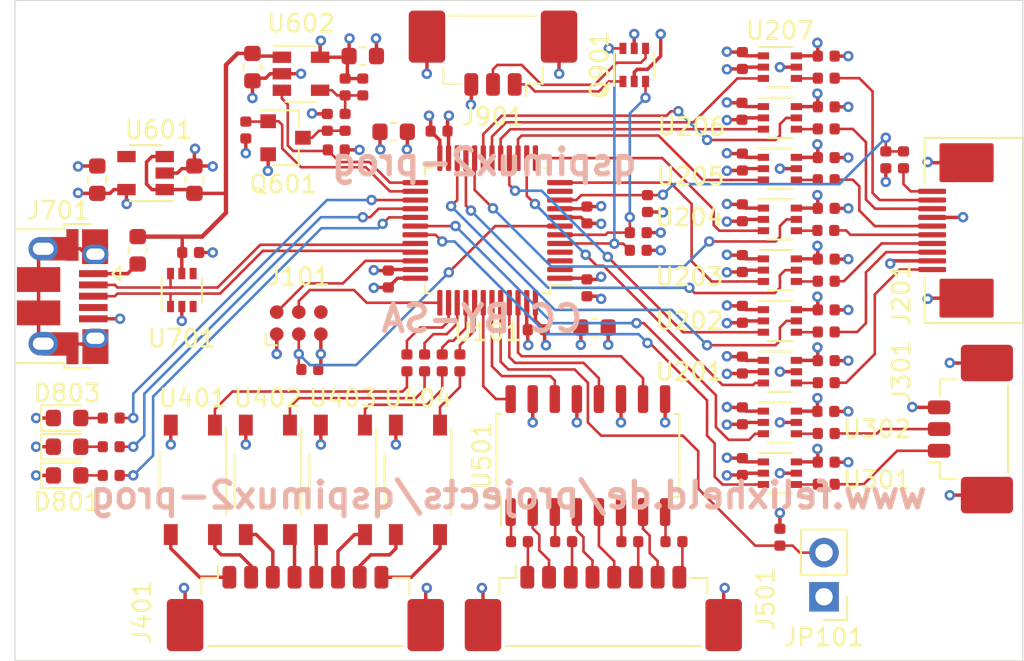
<source format=kicad_pcb>
(kicad_pcb (version 20190905) (host pcbnew "(5.99.0-204-g8c2ee6c02)")
  (layers (0 "F.Cu" signal) (1 "In1.Cu" signal) (2 "In2.Cu" signal) (31 "B.Cu" signal) (34 "B.Paste" user) (35 "F.Paste" user) (36 "B.SilkS" user) (37 "F.SilkS" user) (38 "B.Mask" user) (39 "F.Mask" user) (44 "Edge.Cuts" user))
  (net 0 "")
  (net 1 "GND")
  (net 2 "/VREF_ADC")
  (net 3 "+3V3")
  (net 4 "/IO0_DI_A")
  (net 5 "/IO1_DO_A")
  (net 6 "/CLK_A")
  (net 7 "/~CS_A")
  (net 8 "VDD")
  (net 9 "+5V")
  (net 10 "/SWCLK")
  (net 11 "/SWDIO")
  (net 12 "/USB_D+")
  (net 13 "/USB_D-")
  (net 14 "/NRST")
  (net 15 "/IO3_~HOLD_A")
  (net 16 "/IO2_~WP_A")
  (net 17 "/qspi_buffer/VREF_BOARD")
  (net 18 "/qspi_buffer/MUX_SEL_C")
  (net 19 "/qspi_buffer/IO0_DI_C")
  (net 20 "/qspi_buffer/CLK_C")
  (net 21 "/qspi_buffer/IO2_~WP_C")
  (net 22 "/qspi_buffer/IO3_~HOLD_C")
  (net 23 "/qspi_buffer/IO1_DO_C")
  (net 24 "/qspi_buffer/~CS_C")
  (net 25 "/qspi_buffer/~CS_B")
  (net 26 "/qspi_buffer/IO3_~HOLD_B")
  (net 27 "/qspi_buffer/IO2_~WP_B")
  (net 28 "/qspi_buffer/CLK_B")
  (net 29 "/qspi_buffer/IO0_DI_B")
  (net 30 "/qspi_buffer/MUX_SEL_B")
  (net 31 "/uart_buffer/UART_OUT_B")
  (net 32 "/uart_buffer/UART_IN_B")
  (net 33 "/opto_out/O3_D1")
  (net 34 "/opto_out/O3_D2")
  (net 35 "/opto_out/O2_D1")
  (net 36 "/opto_out/O2_D2")
  (net 37 "/opto_out/O1_D1")
  (net 38 "/opto_out/O1_D2")
  (net 39 "/opto_out/O0_D1")
  (net 40 "/opto_out/O0_D2")
  (net 41 "/opto_out/A0")
  (net 42 "/opto_out/A1")
  (net 43 "/opto_out/A2")
  (net 44 "/opto_out/A3")
  (net 45 "/qspi_buffer/IO1_DO_B")
  (net 46 "/opto_in/IN0_R")
  (net 47 "/opto_in/IN1_R")
  (net 48 "/opto_in/IN2_R")
  (net 49 "/opto_in/IN3_R")
  (net 50 "/opto_in/IN3_A2")
  (net 51 "/opto_in/IN3_A1")
  (net 52 "/opto_in/IN2_A2")
  (net 53 "/opto_in/IN2_A1")
  (net 54 "/opto_in/IN1_A2")
  (net 55 "/opto_in/IN1_A1")
  (net 56 "/opto_in/IN0_A2")
  (net 57 "/opto_in/IN0_A1")
  (net 58 "/uart_buffer/UART_IN")
  (net 59 "/uart_buffer/UART_OUT")
  (net 60 "/usb/VBUS")
  (net 61 "/led/R0")
  (net 62 "/led/R1")
  (net 63 "/led/R2")
  (net 64 "/OPTO_OUT0")
  (net 65 "/OPTO_OUT1")
  (net 66 "/OPTO_OUT2")
  (net 67 "/OPTO_OUT3")
  (net 68 "/LED0")
  (net 69 "/LED1")
  (net 70 "/LED2")
  (net 71 "/IO1_DO_DIR")
  (net 72 "/IO3_~HOLD_DIR")
  (net 73 "/IO2_~WP_DIR")
  (net 74 "/IO0_DI_DIR")
  (net 75 "/MUX_SEL_A")
  (net 76 "/UART_TX_A")
  (net 77 "/UART_RX_A")
  (net 78 "/OPTO_IN0")
  (net 79 "/OPTO_IN1")
  (net 80 "/OPTO_IN2")
  (net 81 "/OPTO_IN3")
  (net 82 "/power/ADJ")
  (net 83 "/power/ADJ_SEL")
  (net 84 "/VDD_EN")
  (net 85 "/VDD_SEL")
  (net 86 "/BOOT0")
  (net 87 "/SCL")
  (net 88 "/SDA")
  (net 89 "/i2c/SCL_LV")
  (net 90 "/i2c/SDA_LV")
  (module "Capacitor_SMD:C_0402_1005Metric" (layer "F.Cu") (at 136.398 108.689 -90)
    (fp_text reference "C215" hide)
    (fp_text value "100n")
    (pad "2" smd roundrect (at 0.485 0 270) (size 0.59 0.64) (layers "F.Cu" "F.Paste" "F.Mask") (net 1 "GND"))
    (pad "1" smd roundrect (at -0.485 0 270) (size 0.59 0.64) (layers "F.Cu" "F.Paste" "F.Mask") (net 2 "/VREF_ADC"))
  )
  (module "Capacitor_SMD:C_0603_1608Metric" (layer "F.Cu") (at 133.35 115.824)
    (fp_text reference "C106" hide)
    (fp_text value "1u")
    (pad "2" smd roundrect (at 0.7875 0) (size 0.875 0.95) (layers "F.Cu" "F.Paste" "F.Mask") (net 1 "GND"))
    (pad "1" smd roundrect (at -0.7875 0) (size 0.875 0.95) (layers "F.Cu" "F.Paste" "F.Mask") (net 3 "+3V3"))
  )
  (module "Capacitor_SMD:C_0603_1608Metric" (layer "F.Cu") (at 121.793 104.55925 180)
    (fp_text reference "C103" hide)
    (fp_text value "4u7")
    (pad "2" smd roundrect (at 0.7875 0 180) (size 0.875 0.95) (layers "F.Cu" "F.Paste" "F.Mask") (net 1 "GND"))
    (pad "1" smd roundrect (at -0.7875 0 180) (size 0.875 0.95) (layers "F.Cu" "F.Paste" "F.Mask") (net 3 "+3V3"))
  )
  (module "Resistor_SMD:R_0402_1005Metric" (layer "F.Cu") (at 113.284 104.4575 -90)
    (fp_text reference "R602" hide)
    (fp_text value "10k")
    (pad "2" smd roundrect (at 0.485 0 270) (size 0.59 0.64) (layers "F.Cu" "F.Paste" "F.Mask") (net 1 "GND"))
    (pad "1" smd roundrect (at -0.485 0 270) (size 0.59 0.64) (layers "F.Cu" "F.Paste" "F.Mask") (net 85 "/VDD_SEL"))
  )
  (module "Resistor_SMD:R_0402_1005Metric" (layer "F.Cu") (at 118.491 105.6005)
    (fp_text reference "R601" hide)
    (fp_text value "10k")
    (pad "2" smd roundrect (at 0.485 0) (size 0.59 0.64) (layers "F.Cu" "F.Paste" "F.Mask") (net 1 "GND"))
    (pad "1" smd roundrect (at -0.485 0) (size 0.59 0.64) (layers "F.Cu" "F.Paste" "F.Mask") (net 84 "/VDD_EN"))
  )
  (module "Resistor_SMD:R_0402_1005Metric" (layer "F.Cu") (at 135.867 110.363 180)
    (fp_text reference "R902" hide)
    (fp_text value "4k7")
    (pad "2" smd roundrect (at 0.485 0 180) (size 0.59 0.64) (layers "F.Cu" "F.Paste" "F.Mask") (net 87 "/SCL"))
    (pad "1" smd roundrect (at -0.485 0 180) (size 0.59 0.64) (layers "F.Cu" "F.Paste" "F.Mask") (net 3 "+3V3"))
  )
  (module "Resistor_SMD:R_0402_1005Metric" (layer "F.Cu") (at 135.867 111.379 180)
    (fp_text reference "R901" hide)
    (fp_text value "4k7")
    (pad "2" smd roundrect (at 0.485 0 180) (size 0.59 0.64) (layers "F.Cu" "F.Paste" "F.Mask") (net 88 "/SDA"))
    (pad "1" smd roundrect (at -0.485 0 180) (size 0.59 0.64) (layers "F.Cu" "F.Paste" "F.Mask") (net 3 "+3V3"))
  )
  (module "Package_TO_SOT_SMD:SOT-363_SC-70-6" (layer "F.Cu") (at 135.636 100.711 90)
    (fp_text reference "Q901" (at 0 -2 90) (layer "F.SilkS"))
    (fp_text value "FDG6335N")
    (pad "6" smd rect (at 0.95 -0.65 90) (size 0.65 0.4) (layers "F.Cu" "F.Paste" "F.Mask") (net 88 "/SDA"))
    (pad "4" smd rect (at 0.95 0.65 90) (size 0.65 0.4) (layers "F.Cu" "F.Paste" "F.Mask") (net 89 "/i2c/SCL_LV"))
    (pad "2" smd rect (at -0.95 0 90) (size 0.65 0.4) (layers "F.Cu" "F.Paste" "F.Mask") (net 8 "VDD"))
    (pad "5" smd rect (at 0.95 0 90) (size 0.65 0.4) (layers "F.Cu" "F.Paste" "F.Mask") (net 8 "VDD"))
    (pad "3" smd rect (at -0.95 0.65 90) (size 0.65 0.4) (layers "F.Cu" "F.Paste" "F.Mask") (net 87 "/SCL"))
    (pad "1" smd rect (at -0.95 -0.65 90) (size 0.65 0.4) (layers "F.Cu" "F.Paste" "F.Mask") (net 90 "/i2c/SDA_LV"))
  )
  (module "Capacitor_SMD:C_0402_1005Metric" (layer "F.Cu") (at 116.967 118.237)
    (fp_text reference "C101" hide)
    (fp_text value "100n")
    (pad "2" smd roundrect (at 0.485 0) (size 0.59 0.64) (layers "F.Cu" "F.Paste" "F.Mask") (net 1 "GND"))
    (pad "1" smd roundrect (at -0.485 0) (size 0.59 0.64) (layers "F.Cu" "F.Paste" "F.Mask") (net 14 "/NRST"))
  )
  (module "Resistor_SMD:R_0402_1005Metric" (layer "F.Cu") (at 144.018 127.889 90)
    (fp_text reference "R101" hide)
    (fp_text value "10k")
    (pad "2" smd roundrect (at 0.485 0 90) (size 0.59 0.64) (layers "F.Cu" "F.Paste" "F.Mask") (net 1 "GND"))
    (pad "1" smd roundrect (at -0.485 0 90) (size 0.59 0.64) (layers "F.Cu" "F.Paste" "F.Mask") (net 86 "/BOOT0"))
  )
  (module "Package_QFP:LQFP-48_7x7mm_P0.5mm" (layer "F.Cu") (at 127.1995 110.236 180)
    (fp_text reference "U101" (at 0 -5.85) (layer "F.SilkS"))
    (fp_text value "STM32F042C6Tx")
    (pad "48" smd roundrect (at -2.75 -4.1625 180) (size 0.3 1.475) (layers "F.Cu" "F.Paste" "F.Mask") (net 3 "+3V3"))
    (pad "47" smd roundrect (at -2.25 -4.1625 180) (size 0.3 1.475) (layers "F.Cu" "F.Paste" "F.Mask") (net 1 "GND"))
    (pad "46" smd roundrect (at -1.75 -4.1625 180) (size 0.3 1.475) (layers "F.Cu" "F.Paste" "F.Mask") (net 81 "/OPTO_IN3"))
    (pad "45" smd roundrect (at -1.25 -4.1625 180) (size 0.3 1.475) (layers "F.Cu" "F.Paste" "F.Mask") (net 80 "/OPTO_IN2"))
    (pad "44" smd roundrect (at -0.75 -4.1625 180) (size 0.3 1.475) (layers "F.Cu" "F.Paste" "F.Mask") (net 86 "/BOOT0"))
    (pad "43" smd roundrect (at -0.25 -4.1625 180) (size 0.3 1.475) (layers "F.Cu" "F.Paste" "F.Mask") (net 79 "/OPTO_IN1"))
    (pad "42" smd roundrect (at 0.25 -4.1625 180) (size 0.3 1.475) (layers "F.Cu" "F.Paste" "F.Mask") (net 78 "/OPTO_IN0"))
    (pad "41" smd roundrect (at 0.75 -4.1625 180) (size 0.3 1.475) (layers "F.Cu" "F.Paste" "F.Mask") (net 67 "/OPTO_OUT3"))
    (pad "40" smd roundrect (at 1.25 -4.1625 180) (size 0.3 1.475) (layers "F.Cu" "F.Paste" "F.Mask") (net 66 "/OPTO_OUT2"))
    (pad "39" smd roundrect (at 1.75 -4.1625 180) (size 0.3 1.475) (layers "F.Cu" "F.Paste" "F.Mask") (net 65 "/OPTO_OUT1"))
    (pad "38" smd roundrect (at 2.25 -4.1625 180) (size 0.3 1.475) (layers "F.Cu" "F.Paste" "F.Mask") (net 64 "/OPTO_OUT0"))
    (pad "37" smd roundrect (at 2.75 -4.1625 180) (size 0.3 1.475) (layers "F.Cu" "F.Paste" "F.Mask") (net 10 "/SWCLK"))
    (pad "36" smd roundrect (at 4.1625 -2.75 180) (size 1.475 0.3) (layers "F.Cu" "F.Paste" "F.Mask") (net 3 "+3V3"))
    (pad "35" smd roundrect (at 4.1625 -2.25 180) (size 1.475 0.3) (layers "F.Cu" "F.Paste" "F.Mask") (net 1 "GND"))
    (pad "34" smd roundrect (at 4.1625 -1.75 180) (size 1.475 0.3) (layers "F.Cu" "F.Paste" "F.Mask") (net 11 "/SWDIO"))
    (pad "33" smd roundrect (at 4.1625 -1.25 180) (size 1.475 0.3) (layers "F.Cu" "F.Paste" "F.Mask") (net 12 "/USB_D+"))
    (pad "32" smd roundrect (at 4.1625 -0.75 180) (size 1.475 0.3) (layers "F.Cu" "F.Paste" "F.Mask") (net 13 "/USB_D-"))
    (pad "31" smd roundrect (at 4.1625 -0.25 180) (size 1.475 0.3) (layers "F.Cu" "F.Paste" "F.Mask") (net 77 "/UART_RX_A"))
    (pad "30" smd roundrect (at 4.1625 0.25 180) (size 1.475 0.3) (layers "F.Cu" "F.Paste" "F.Mask") (net 76 "/UART_TX_A"))
    (pad "29" smd roundrect (at 4.1625 0.75 180) (size 1.475 0.3) (layers "F.Cu" "F.Paste" "F.Mask") (net 68 "/LED0"))
    (pad "28" smd roundrect (at 4.1625 1.25 180) (size 1.475 0.3) (layers "F.Cu" "F.Paste" "F.Mask") (net 69 "/LED1"))
    (pad "27" smd roundrect (at 4.1625 1.75 180) (size 1.475 0.3) (layers "F.Cu" "F.Paste" "F.Mask") (net 70 "/LED2"))
    (pad "26" smd roundrect (at 4.1625 2.25 180) (size 1.475 0.3) (layers "F.Cu" "F.Paste" "F.Mask") (net 85 "/VDD_SEL"))
    (pad "25" smd roundrect (at 4.1625 2.75 180) (size 1.475 0.3) (layers "F.Cu" "F.Paste" "F.Mask") (net 84 "/VDD_EN"))
    (pad "24" smd roundrect (at 2.75 4.1625 180) (size 0.3 1.475) (layers "F.Cu" "F.Paste" "F.Mask") (net 3 "+3V3"))
    (pad "23" smd roundrect (at 2.25 4.1625 180) (size 0.3 1.475) (layers "F.Cu" "F.Paste" "F.Mask") (net 1 "GND"))
    (pad "22" smd roundrect (at 1.75 4.1625 180) (size 0.3 1.475) (layers "F.Cu" "F.Paste" "F.Mask") (net 71 "/IO1_DO_DIR"))
    (pad "21" smd roundrect (at 1.25 4.1625 180) (size 0.3 1.475) (layers "F.Cu" "F.Paste" "F.Mask") (net 72 "/IO3_~HOLD_DIR"))
    (pad "20" smd roundrect (at 0.75 4.1625 180) (size 0.3 1.475) (layers "F.Cu" "F.Paste" "F.Mask") (net 73 "/IO2_~WP_DIR"))
    (pad "19" smd roundrect (at 0.25 4.1625 180) (size 0.3 1.475) (layers "F.Cu" "F.Paste" "F.Mask") (net 74 "/IO0_DI_DIR"))
    (pad "18" smd roundrect (at -0.25 4.1625 180) (size 0.3 1.475) (layers "F.Cu" "F.Paste" "F.Mask") (net 75 "/MUX_SEL_A"))
    (pad "17" smd roundrect (at -0.75 4.1625 180) (size 0.3 1.475) (layers "F.Cu" "F.Paste" "F.Mask") (net 4 "/IO0_DI_A"))
    (pad "16" smd roundrect (at -1.25 4.1625 180) (size 0.3 1.475) (layers "F.Cu" "F.Paste" "F.Mask") (net 5 "/IO1_DO_A"))
    (pad "15" smd roundrect (at -1.75 4.1625 180) (size 0.3 1.475) (layers "F.Cu" "F.Paste" "F.Mask") (net 6 "/CLK_A"))
    (pad "14" smd roundrect (at -2.25 4.1625 180) (size 0.3 1.475) (layers "F.Cu" "F.Paste" "F.Mask") (net 7 "/~CS_A"))
    (pad "13" smd roundrect (at -2.75 4.1625 180) (size 0.3 1.475) (layers "F.Cu" "F.Paste" "F.Mask") (net 16 "/IO2_~WP_A"))
    (pad "12" smd roundrect (at -4.1625 2.75 180) (size 1.475 0.3) (layers "F.Cu" "F.Paste" "F.Mask") (net 15 "/IO3_~HOLD_A"))
    (pad "11" smd roundrect (at -4.1625 2.25 180) (size 1.475 0.3) (layers "F.Cu" "F.Paste" "F.Mask"))
    (pad "10" smd roundrect (at -4.1625 1.75 180) (size 1.475 0.3) (layers "F.Cu" "F.Paste" "F.Mask") (net 2 "/VREF_ADC"))
    (pad "9" smd roundrect (at -4.1625 1.25 180) (size 1.475 0.3) (layers "F.Cu" "F.Paste" "F.Mask") (net 3 "+3V3"))
    (pad "8" smd roundrect (at -4.1625 0.75 180) (size 1.475 0.3) (layers "F.Cu" "F.Paste" "F.Mask") (net 1 "GND"))
    (pad "7" smd roundrect (at -4.1625 0.25 180) (size 1.475 0.3) (layers "F.Cu" "F.Paste" "F.Mask") (net 14 "/NRST"))
    (pad "6" smd roundrect (at -4.1625 -0.25 180) (size 1.475 0.3) (layers "F.Cu" "F.Paste" "F.Mask") (net 87 "/SCL"))
    (pad "5" smd roundrect (at -4.1625 -0.75 180) (size 1.475 0.3) (layers "F.Cu" "F.Paste" "F.Mask") (net 88 "/SDA"))
    (pad "4" smd roundrect (at -4.1625 -1.25 180) (size 1.475 0.3) (layers "F.Cu" "F.Paste" "F.Mask"))
    (pad "3" smd roundrect (at -4.1625 -1.75 180) (size 1.475 0.3) (layers "F.Cu" "F.Paste" "F.Mask"))
    (pad "2" smd roundrect (at -4.1625 -2.25 180) (size 1.475 0.3) (layers "F.Cu" "F.Paste" "F.Mask"))
    (pad "1" smd roundrect (at -4.1625 -2.75 180) (size 1.475 0.3) (layers "F.Cu" "F.Paste" "F.Mask") (net 3 "+3V3"))
  )
  (module "Connector_PinHeader_2.54mm:PinHeader_1x02_P2.54mm_Vertical" (layer "F.Cu") (at 146.558 131.318 180)
    (fp_text reference "JP101" (at 0 -2.33) (layer "F.SilkS"))
    (fp_text value "Jumper_NO_Small")
    (pad "2" thru_hole oval (at 0 2.54 180) (size 1.7 1.7) (drill 1) (layers *.Cu *.Mask) (net 86 "/BOOT0"))
    (pad "1" thru_hole rect (at 0 0 180) (size 1.7 1.7) (drill 1) (layers *.Cu *.Mask) (net 3 "+3V3"))
  )
  (module "Connector_Molex:Molex_PicoBlade_53398-0371_1x03-1MP_P1.25mm_Vertical" (layer "F.Cu") (at 127.508 100.584 180)
    (fp_text reference "J901" (at 0 -3.1) (layer "F.SilkS"))
    (fp_text value "Conn_01x03_MountingPin")
    (pad "MP" smd roundrect (at 3.8 1.5 180) (size 2.1 3) (layers "F.Cu" "F.Paste" "F.Mask") (roundrect_rratio 0.119048) (net 1 "GND"))
    (pad "MP" smd roundrect (at -3.8 1.5 180) (size 2.1 3) (layers "F.Cu" "F.Paste" "F.Mask") (roundrect_rratio 0.119048) (net 1 "GND"))
    (pad "3" smd roundrect (at 1.25 -1.25 180) (size 0.8 1.3) (layers "F.Cu" "F.Paste" "F.Mask") (net 1 "GND"))
    (pad "2" smd roundrect (at 0 -1.25 180) (size 0.8 1.3) (layers "F.Cu" "F.Paste" "F.Mask") (net 89 "/i2c/SCL_LV"))
    (pad "1" smd roundrect (at -1.25 -1.25 180) (size 0.8 1.3) (layers "F.Cu" "F.Paste" "F.Mask") (net 90 "/i2c/SDA_LV"))
  )
  (module "Capacitor_SMD:C_0402_1005Metric" (layer "F.Cu") (at 120.015 101.981 -90)
    (fp_text reference "C604" hide)
    (fp_text value "220p")
    (pad "2" smd roundrect (at 0.485 0 270) (size 0.59 0.64) (layers "F.Cu" "F.Paste" "F.Mask") (net 82 "/power/ADJ"))
    (pad "1" smd roundrect (at -0.485 0 270) (size 0.59 0.64) (layers "F.Cu" "F.Paste" "F.Mask") (net 8 "VDD"))
  )
  (module "Package_TO_SOT_SMD:SOT-23" (layer "F.Cu") (at 115.57 104.902)
    (fp_text reference "Q601" (at -0.127 2.667) (layer "F.SilkS"))
    (fp_text value "BSS138")
    (pad "3" smd rect (at 1 0) (size 0.9 0.8) (layers "F.Cu" "F.Paste" "F.Mask") (net 83 "/power/ADJ_SEL"))
    (pad "2" smd rect (at -1 0.95) (size 0.9 0.8) (layers "F.Cu" "F.Paste" "F.Mask") (net 1 "GND"))
    (pad "1" smd rect (at -1 -0.95) (size 0.9 0.8) (layers "F.Cu" "F.Paste" "F.Mask") (net 85 "/VDD_SEL"))
  )
  (module "Resistor_SMD:R_0402_1005Metric" (layer "F.Cu") (at 117.972 104.013 90)
    (fp_text reference "R605" hide)
    (fp_text value "36k")
    (pad "2" smd roundrect (at 0.485 0 90) (size 0.59 0.64) (layers "F.Cu" "F.Paste" "F.Mask") (net 1 "GND"))
    (pad "1" smd roundrect (at -0.485 0 90) (size 0.59 0.64) (layers "F.Cu" "F.Paste" "F.Mask") (net 83 "/power/ADJ_SEL"))
  )
  (module "Resistor_SMD:R_0402_1005Metric" (layer "F.Cu") (at 118.999 104.013 -90)
    (fp_text reference "R604" hide)
    (fp_text value "24k")
    (pad "2" smd roundrect (at 0.485 0 270) (size 0.59 0.64) (layers "F.Cu" "F.Paste" "F.Mask") (net 83 "/power/ADJ_SEL"))
    (pad "1" smd roundrect (at -0.485 0 270) (size 0.59 0.64) (layers "F.Cu" "F.Paste" "F.Mask") (net 82 "/power/ADJ"))
  )
  (module "Resistor_SMD:R_0402_1005Metric" (layer "F.Cu") (at 118.999 101.981 -90)
    (fp_text reference "R603" hide)
    (fp_text value "75k")
    (pad "2" smd roundrect (at 0.485 0 270) (size 0.59 0.64) (layers "F.Cu" "F.Paste" "F.Mask") (net 82 "/power/ADJ"))
    (pad "1" smd roundrect (at -0.485 0 270) (size 0.59 0.64) (layers "F.Cu" "F.Paste" "F.Mask") (net 8 "VDD"))
  )
  (module "Capacitor_SMD:C_0603_1608Metric" (layer "F.Cu") (at 120.015 100.203)
    (fp_text reference "C605" hide)
    (fp_text value "1u")
    (pad "2" smd roundrect (at 0.7875 0) (size 0.875 0.95) (layers "F.Cu" "F.Paste" "F.Mask") (net 1 "GND"))
    (pad "1" smd roundrect (at -0.7875 0) (size 0.875 0.95) (layers "F.Cu" "F.Paste" "F.Mask") (net 8 "VDD"))
  )
  (module "Capacitor_SMD:C_0603_1608Metric" (layer "F.Cu") (at 113.665 100.838 -90)
    (fp_text reference "C601" hide)
    (fp_text value "1u")
    (pad "2" smd roundrect (at 0.7875 0 270) (size 0.875 0.95) (layers "F.Cu" "F.Paste" "F.Mask") (net 1 "GND"))
    (pad "1" smd roundrect (at -0.7875 0 270) (size 0.875 0.95) (layers "F.Cu" "F.Paste" "F.Mask") (net 9 "+5V"))
  )
  (module "Package_TO_SOT_SMD:SOT-23-5" (layer "F.Cu") (at 116.459 101.219)
    (fp_text reference "U602" (at 0 -2.9) (layer "F.SilkS"))
    (fp_text value "AP2127K-ADJ")
    (pad "5" smd rect (at 1.1 -0.95) (size 1.06 0.65) (layers "F.Cu" "F.Paste" "F.Mask") (net 8 "VDD"))
    (pad "4" smd rect (at 1.1 0.95) (size 1.06 0.65) (layers "F.Cu" "F.Paste" "F.Mask") (net 82 "/power/ADJ"))
    (pad "3" smd rect (at -1.1 0.95) (size 1.06 0.65) (layers "F.Cu" "F.Paste" "F.Mask") (net 84 "/VDD_EN"))
    (pad "2" smd rect (at -1.1 0) (size 1.06 0.65) (layers "F.Cu" "F.Paste" "F.Mask") (net 1 "GND"))
    (pad "1" smd rect (at -1.1 -0.95) (size 1.06 0.65) (layers "F.Cu" "F.Paste" "F.Mask") (net 9 "+5V"))
  )
  (module "Resistor_SMD:R_0402_1005Metric" (layer "F.Cu") (at 105.537 121.031)
    (fp_text reference "R803" hide)
    (fp_text value "1k")
    (pad "2" smd roundrect (at 0.485 0) (size 0.59 0.64) (layers "F.Cu" "F.Paste" "F.Mask") (net 70 "/LED2"))
    (pad "1" smd roundrect (at -0.485 0) (size 0.59 0.64) (layers "F.Cu" "F.Paste" "F.Mask") (net 63 "/led/R2"))
  )
  (module "Resistor_SMD:R_0402_1005Metric" (layer "F.Cu") (at 105.537 122.682)
    (fp_text reference "R802" hide)
    (fp_text value "1k")
    (pad "2" smd roundrect (at 0.485 0) (size 0.59 0.64) (layers "F.Cu" "F.Paste" "F.Mask") (net 69 "/LED1"))
    (pad "1" smd roundrect (at -0.485 0) (size 0.59 0.64) (layers "F.Cu" "F.Paste" "F.Mask") (net 62 "/led/R1"))
  )
  (module "Resistor_SMD:R_0402_1005Metric" (layer "F.Cu") (at 105.537 124.333)
    (fp_text reference "R801" hide)
    (fp_text value "1k")
    (pad "2" smd roundrect (at 0.485 0) (size 0.59 0.64) (layers "F.Cu" "F.Paste" "F.Mask") (net 68 "/LED0"))
    (pad "1" smd roundrect (at -0.485 0) (size 0.59 0.64) (layers "F.Cu" "F.Paste" "F.Mask") (net 61 "/led/R0"))
  )
  (module "LED_SMD:LED_0603_1608Metric" (layer "F.Cu") (at 102.997 121.031)
    (fp_text reference "D803" (at 0 -1.43) (layer "F.SilkS"))
    (fp_text value "LED")
    (pad "2" smd roundrect (at 0.7875 0) (size 0.875 0.95) (layers "F.Cu" "F.Paste" "F.Mask") (net 63 "/led/R2"))
    (pad "1" smd roundrect (at -0.7875 0) (size 0.875 0.95) (layers "F.Cu" "F.Paste" "F.Mask") (net 1 "GND"))
  )
  (module "LED_SMD:LED_0603_1608Metric" (layer "F.Cu") (at 102.997 122.682)
    (fp_text reference "D802" hide)
    (fp_text value "LED")
    (pad "2" smd roundrect (at 0.7875 0) (size 0.875 0.95) (layers "F.Cu" "F.Paste" "F.Mask") (net 62 "/led/R1"))
    (pad "1" smd roundrect (at -0.7875 0) (size 0.875 0.95) (layers "F.Cu" "F.Paste" "F.Mask") (net 1 "GND"))
  )
  (module "LED_SMD:LED_0603_1608Metric" (layer "F.Cu") (at 102.997 124.333)
    (fp_text reference "D801" (at 0 1.524) (layer "F.SilkS"))
    (fp_text value "LED")
    (pad "2" smd roundrect (at 0.7875 0) (size 0.875 0.95) (layers "F.Cu" "F.Paste" "F.Mask") (net 61 "/led/R0"))
    (pad "1" smd roundrect (at -0.7875 0) (size 0.875 0.95) (layers "F.Cu" "F.Paste" "F.Mask") (net 1 "GND"))
  )
  (module "Capacitor_SMD:C_0402_1005Metric" (layer "F.Cu") (at 110.109 111.506)
    (fp_text reference "C701" hide)
    (fp_text value "100n")
    (pad "2" smd roundrect (at 0.485 0) (size 0.59 0.64) (layers "F.Cu" "F.Paste" "F.Mask") (net 1 "GND"))
    (pad "1" smd roundrect (at -0.485 0) (size 0.59 0.64) (layers "F.Cu" "F.Paste" "F.Mask") (net 9 "+5V"))
  )
  (module "Package_TO_SOT_SMD:SOT-363_SC-70-6" (layer "F.Cu") (at 109.601 113.665 90)
    (fp_text reference "U701" (at -2.794 0 180) (layer "F.SilkS"))
    (fp_text value "NUP2202")
    (pad "6" smd rect (at 0.95 -0.65 90) (size 0.65 0.4) (layers "F.Cu" "F.Paste" "F.Mask") (net 13 "/USB_D-"))
    (pad "4" smd rect (at 0.95 0.65 90) (size 0.65 0.4) (layers "F.Cu" "F.Paste" "F.Mask"))
    (pad "2" smd rect (at -0.95 0 90) (size 0.65 0.4) (layers "F.Cu" "F.Paste" "F.Mask") (net 1 "GND"))
    (pad "5" smd rect (at 0.95 0 90) (size 0.65 0.4) (layers "F.Cu" "F.Paste" "F.Mask") (net 9 "+5V"))
    (pad "3" smd rect (at -0.95 0.65 90) (size 0.65 0.4) (layers "F.Cu" "F.Paste" "F.Mask"))
    (pad "1" smd rect (at -0.95 -0.65 90) (size 0.65 0.4) (layers "F.Cu" "F.Paste" "F.Mask") (net 12 "/USB_D+"))
  )
  (module "Inductor_SMD:L_0603_1608Metric" (layer "F.Cu") (at 107.061 111.379 90)
    (fp_text reference "L701" hide)
    (fp_text value "L_Small")
    (pad "2" smd roundrect (at 0.7875 0 90) (size 0.875 0.95) (layers "F.Cu" "F.Paste" "F.Mask") (net 9 "+5V"))
    (pad "1" smd roundrect (at -0.7875 0 90) (size 0.875 0.95) (layers "F.Cu" "F.Paste" "F.Mask") (net 60 "/usb/VBUS"))
  )
  (module "Connector_USB:USB_Micro-B_Amphenol_10103594-0001LF_Horizontal" (layer "F.Cu") (at 102.743 114.046 -90)
    (fp_text reference "J701" (at -4.953 0.254 180) (layer "F.SilkS"))
    (fp_text value "USB_B_Micro")
    (pad "6" smd rect (at 0.935 1.385) (size 2.5 1.43) (layers "F.Cu" "F.Paste" "F.Mask") (net 1 "GND"))
    (pad "6" smd rect (at -0.985 1.385) (size 2.5 1.43) (layers "F.Cu" "F.Paste" "F.Mask") (net 1 "GND"))
    (pad "6" thru_hole oval (at 2.705 1.115) (size 1.7 1.35) (drill oval 1.2 0.7) (layers *.Cu *.Mask) (net 1 "GND"))
    (pad "6" thru_hole oval (at -2.755 1.115) (size 1.7 1.35) (drill oval 1.2 0.7) (layers *.Cu *.Mask) (net 1 "GND"))
    (pad "6" thru_hole oval (at 2.395 -1.885) (size 1.5 1.1) (drill oval 1.05 0.65) (layers *.Cu *.Mask) (net 1 "GND"))
    (pad "6" thru_hole oval (at -2.445 -1.885) (size 1.5 1.1) (drill oval 1.05 0.65) (layers *.Cu *.Mask) (net 1 "GND"))
    (pad "5" smd rect (at 1.275 -1.765) (size 1.65 0.4) (layers "F.Cu" "F.Paste" "F.Mask") (net 1 "GND"))
    (pad "4" smd rect (at 0.625 -1.765) (size 1.65 0.4) (layers "F.Cu" "F.Paste" "F.Mask"))
    (pad "3" smd rect (at -0.025 -1.765) (size 1.65 0.4) (layers "F.Cu" "F.Paste" "F.Mask") (net 12 "/USB_D+"))
    (pad "2" smd rect (at -0.675 -1.765) (size 1.65 0.4) (layers "F.Cu" "F.Paste" "F.Mask") (net 13 "/USB_D-"))
    (pad "1" smd rect (at -1.325 -1.765) (size 1.65 0.4) (layers "F.Cu" "F.Paste" "F.Mask") (net 60 "/usb/VBUS"))
    (pad "6" smd rect (at 2.875 -1.885 270) (size 2 1.5) (layers "F.Cu" "F.Paste" "F.Mask") (net 1 "GND"))
    (pad "6" smd rect (at -2.875 -1.865 270) (size 2 1.5) (layers "F.Cu" "F.Paste" "F.Mask") (net 1 "GND"))
    (pad "6" smd rect (at 2.975 -0.565 270) (size 1.825 0.7) (layers "F.Cu" "F.Paste" "F.Mask") (net 1 "GND"))
    (pad "6" smd rect (at -2.975 -0.565 270) (size 1.825 0.7) (layers "F.Cu" "F.Paste" "F.Mask") (net 1 "GND"))
    (pad "6" smd rect (at -2.755 0.185 270) (size 1.35 2) (layers "F.Cu" "F.Paste" "F.Mask") (net 1 "GND"))
    (pad "6" smd rect (at 2.725 0.185 270) (size 1.35 2) (layers "F.Cu" "F.Paste" "F.Mask") (net 1 "GND"))
  )
  (module "MountingHole:MountingHole_3.2mm_M3" (layer "F.Cu") (at 154 131)
    (fp_text reference "H104" hide)
    (fp_text value "MountingHole")
    (pad "" np_thru_hole circle (at 0 0) (size 3.2 3.2) (drill 3.2) (layers *.Cu *.Mask) (clearance 2))
  )
  (module "MountingHole:MountingHole_3.2mm_M3" (layer "F.Cu") (at 154 101)
    (fp_text reference "H103" hide)
    (fp_text value "MountingHole")
    (pad "" np_thru_hole circle (at 0 0) (size 3.2 3.2) (drill 3.2) (layers *.Cu *.Mask) (clearance 2))
  )
  (module "MountingHole:MountingHole_3.2mm_M3" (layer "F.Cu") (at 104 131)
    (fp_text reference "H102" hide)
    (fp_text value "MountingHole")
    (pad "" np_thru_hole circle (at 0 0) (size 3.2 3.2) (drill 3.2) (layers *.Cu *.Mask) (clearance 2))
  )
  (module "MountingHole:MountingHole_3.2mm_M3" (layer "F.Cu") (at 104 101)
    (fp_text reference "H101" hide)
    (fp_text value "MountingHole")
    (pad "" np_thru_hole circle (at 0 0) (size 3.2 3.2) (drill 3.2) (layers *.Cu *.Mask) (clearance 2))
  )
  (module "Resistor_SMD:R_0402_1005Metric" (layer "F.Cu") (at 137.922 128.143)
    (fp_text reference "R504" hide)
    (fp_text value "330R")
    (pad "2" smd roundrect (at 0.485 0) (size 0.59 0.64) (layers "F.Cu" "F.Paste" "F.Mask") (net 50 "/opto_in/IN3_A2"))
    (pad "1" smd roundrect (at -0.485 0) (size 0.59 0.64) (layers "F.Cu" "F.Paste" "F.Mask") (net 49 "/opto_in/IN3_R"))
  )
  (module "Resistor_SMD:R_0402_1005Metric" (layer "F.Cu") (at 135.382 128.143)
    (fp_text reference "R503" hide)
    (fp_text value "330R")
    (pad "2" smd roundrect (at 0.485 0) (size 0.59 0.64) (layers "F.Cu" "F.Paste" "F.Mask") (net 52 "/opto_in/IN2_A2"))
    (pad "1" smd roundrect (at -0.485 0) (size 0.59 0.64) (layers "F.Cu" "F.Paste" "F.Mask") (net 48 "/opto_in/IN2_R"))
  )
  (module "Resistor_SMD:R_0402_1005Metric" (layer "F.Cu") (at 131.572 128.143)
    (fp_text reference "R502" hide)
    (fp_text value "330R")
    (pad "2" smd roundrect (at 0.485 0) (size 0.59 0.64) (layers "F.Cu" "F.Paste" "F.Mask") (net 55 "/opto_in/IN1_A1"))
    (pad "1" smd roundrect (at -0.485 0) (size 0.59 0.64) (layers "F.Cu" "F.Paste" "F.Mask") (net 47 "/opto_in/IN1_R"))
  )
  (module "Resistor_SMD:R_0402_1005Metric" (layer "F.Cu") (at 129.032 128.143)
    (fp_text reference "R501" hide)
    (fp_text value "330R")
    (pad "2" smd roundrect (at 0.485 0) (size 0.59 0.64) (layers "F.Cu" "F.Paste" "F.Mask") (net 57 "/opto_in/IN0_A1"))
    (pad "1" smd roundrect (at -0.485 0) (size 0.59 0.64) (layers "F.Cu" "F.Paste" "F.Mask") (net 46 "/opto_in/IN0_R"))
  )
  (module "Package_SO:SOP-16_4.55x10.3mm_P1.27mm" (layer "F.Cu") (at 132.969 123.19 90)
    (fp_text reference "U501" (at 0 -6.1 90) (layer "F.SilkS"))
    (fp_text value "TLP290-4")
    (pad "16" smd roundrect (at 3.25 -4.445 90) (size 1.6 0.6) (layers "F.Cu" "F.Paste" "F.Mask") (net 78 "/OPTO_IN0"))
    (pad "15" smd roundrect (at 3.25 -3.175 90) (size 1.6 0.6) (layers "F.Cu" "F.Paste" "F.Mask") (net 1 "GND"))
    (pad "14" smd roundrect (at 3.25 -1.905 90) (size 1.6 0.6) (layers "F.Cu" "F.Paste" "F.Mask") (net 79 "/OPTO_IN1"))
    (pad "13" smd roundrect (at 3.25 -0.635 90) (size 1.6 0.6) (layers "F.Cu" "F.Paste" "F.Mask") (net 1 "GND"))
    (pad "12" smd roundrect (at 3.25 0.635 90) (size 1.6 0.6) (layers "F.Cu" "F.Paste" "F.Mask") (net 80 "/OPTO_IN2"))
    (pad "11" smd roundrect (at 3.25 1.905 90) (size 1.6 0.6) (layers "F.Cu" "F.Paste" "F.Mask") (net 1 "GND"))
    (pad "10" smd roundrect (at 3.25 3.175 90) (size 1.6 0.6) (layers "F.Cu" "F.Paste" "F.Mask") (net 81 "/OPTO_IN3"))
    (pad "9" smd roundrect (at 3.25 4.445 90) (size 1.6 0.6) (layers "F.Cu" "F.Paste" "F.Mask") (net 1 "GND"))
    (pad "8" smd roundrect (at -3.25 4.445 90) (size 1.6 0.6) (layers "F.Cu" "F.Paste" "F.Mask") (net 49 "/opto_in/IN3_R"))
    (pad "7" smd roundrect (at -3.25 3.175 90) (size 1.6 0.6) (layers "F.Cu" "F.Paste" "F.Mask") (net 51 "/opto_in/IN3_A1"))
    (pad "6" smd roundrect (at -3.25 1.905 90) (size 1.6 0.6) (layers "F.Cu" "F.Paste" "F.Mask") (net 48 "/opto_in/IN2_R"))
    (pad "5" smd roundrect (at -3.25 0.635 90) (size 1.6 0.6) (layers "F.Cu" "F.Paste" "F.Mask") (net 53 "/opto_in/IN2_A1"))
    (pad "4" smd roundrect (at -3.25 -0.635 90) (size 1.6 0.6) (layers "F.Cu" "F.Paste" "F.Mask") (net 54 "/opto_in/IN1_A2"))
    (pad "3" smd roundrect (at -3.25 -1.905 90) (size 1.6 0.6) (layers "F.Cu" "F.Paste" "F.Mask") (net 47 "/opto_in/IN1_R"))
    (pad "2" smd roundrect (at -3.25 -3.175 90) (size 1.6 0.6) (layers "F.Cu" "F.Paste" "F.Mask") (net 56 "/opto_in/IN0_A2"))
    (pad "1" smd roundrect (at -3.25 -4.445 90) (size 1.6 0.6) (layers "F.Cu" "F.Paste" "F.Mask") (net 46 "/opto_in/IN0_R"))
  )
  (module "Resistor_SMD:R_0402_1005Metric" (layer "F.Cu") (at 125.603 117.856 90)
    (fp_text reference "R404" hide)
    (fp_text value "330R")
    (pad "2" smd roundrect (at 0.485 0 90) (size 0.59 0.64) (layers "F.Cu" "F.Paste" "F.Mask") (net 67 "/OPTO_OUT3"))
    (pad "1" smd roundrect (at -0.485 0 90) (size 0.59 0.64) (layers "F.Cu" "F.Paste" "F.Mask") (net 44 "/opto_out/A3"))
  )
  (module "Resistor_SMD:R_0402_1005Metric" (layer "F.Cu") (at 124.587 117.856 90)
    (fp_text reference "R403" hide)
    (fp_text value "330R")
    (pad "2" smd roundrect (at 0.485 0 90) (size 0.59 0.64) (layers "F.Cu" "F.Paste" "F.Mask") (net 66 "/OPTO_OUT2"))
    (pad "1" smd roundrect (at -0.485 0 90) (size 0.59 0.64) (layers "F.Cu" "F.Paste" "F.Mask") (net 43 "/opto_out/A2"))
  )
  (module "Resistor_SMD:R_0402_1005Metric" (layer "F.Cu") (at 123.571 117.856 90)
    (fp_text reference "R402" hide)
    (fp_text value "330R")
    (pad "2" smd roundrect (at 0.485 0 90) (size 0.59 0.64) (layers "F.Cu" "F.Paste" "F.Mask") (net 65 "/OPTO_OUT1"))
    (pad "1" smd roundrect (at -0.485 0 90) (size 0.59 0.64) (layers "F.Cu" "F.Paste" "F.Mask") (net 42 "/opto_out/A1"))
  )
  (module "Resistor_SMD:R_0402_1005Metric" (layer "F.Cu") (at 122.555 117.856 90)
    (fp_text reference "R401" hide)
    (fp_text value "330R")
    (pad "2" smd roundrect (at 0.485 0 90) (size 0.59 0.64) (layers "F.Cu" "F.Paste" "F.Mask") (net 64 "/OPTO_OUT0"))
    (pad "1" smd roundrect (at -0.485 0 90) (size 0.59 0.64) (layers "F.Cu" "F.Paste" "F.Mask") (net 41 "/opto_out/A0"))
  )
  (module "Package_SO:MFSOP6-4_4.4x3.6mm_P1.27mm" (layer "F.Cu") (at 123.19 124.587 -90)
    (fp_text reference "U404" (at -4.699 0 180) (layer "F.SilkS"))
    (fp_text value "TLP176AM")
    (pad "1" smd rect (at -3.15 -1.27 270) (size 1.2 0.8) (layers "F.Cu" "F.Paste" "F.Mask") (net 44 "/opto_out/A3"))
    (pad "4" smd rect (at 3.15 1.27 270) (size 1.2 0.8) (layers "F.Cu" "F.Paste" "F.Mask") (net 34 "/opto_out/O3_D2"))
    (pad "3" smd rect (at -3.15 1.27 270) (size 1.2 0.8) (layers "F.Cu" "F.Paste" "F.Mask") (net 1 "GND"))
    (pad "6" smd rect (at 3.15 -1.27 270) (size 1.2 0.8) (layers "F.Cu" "F.Paste" "F.Mask") (net 33 "/opto_out/O3_D1"))
  )
  (module "Package_SO:MFSOP6-4_4.4x3.6mm_P1.27mm" (layer "F.Cu") (at 118.872 124.587 -90)
    (fp_text reference "U403" (at -4.699 0 180) (layer "F.SilkS"))
    (fp_text value "TLP176AM")
    (pad "1" smd rect (at -3.15 -1.27 270) (size 1.2 0.8) (layers "F.Cu" "F.Paste" "F.Mask") (net 43 "/opto_out/A2"))
    (pad "4" smd rect (at 3.15 1.27 270) (size 1.2 0.8) (layers "F.Cu" "F.Paste" "F.Mask") (net 36 "/opto_out/O2_D2"))
    (pad "3" smd rect (at -3.15 1.27 270) (size 1.2 0.8) (layers "F.Cu" "F.Paste" "F.Mask") (net 1 "GND"))
    (pad "6" smd rect (at 3.15 -1.27 270) (size 1.2 0.8) (layers "F.Cu" "F.Paste" "F.Mask") (net 35 "/opto_out/O2_D1"))
  )
  (module "Package_SO:MFSOP6-4_4.4x3.6mm_P1.27mm" (layer "F.Cu") (at 114.554 124.587 -90)
    (fp_text reference "U402" (at -4.699 0 180) (layer "F.SilkS"))
    (fp_text value "TLP176AM")
    (pad "1" smd rect (at -3.15 -1.27 270) (size 1.2 0.8) (layers "F.Cu" "F.Paste" "F.Mask") (net 42 "/opto_out/A1"))
    (pad "4" smd rect (at 3.15 1.27 270) (size 1.2 0.8) (layers "F.Cu" "F.Paste" "F.Mask") (net 38 "/opto_out/O1_D2"))
    (pad "3" smd rect (at -3.15 1.27 270) (size 1.2 0.8) (layers "F.Cu" "F.Paste" "F.Mask") (net 1 "GND"))
    (pad "6" smd rect (at 3.15 -1.27 270) (size 1.2 0.8) (layers "F.Cu" "F.Paste" "F.Mask") (net 37 "/opto_out/O1_D1"))
  )
  (module "Package_SO:MFSOP6-4_4.4x3.6mm_P1.27mm" (layer "F.Cu") (at 110.236 124.587 -90)
    (fp_text reference "U401" (at -4.699 0 180) (layer "F.SilkS"))
    (fp_text value "TLP176AM")
    (pad "1" smd rect (at -3.15 -1.27 270) (size 1.2 0.8) (layers "F.Cu" "F.Paste" "F.Mask") (net 41 "/opto_out/A0"))
    (pad "4" smd rect (at 3.15 1.27 270) (size 1.2 0.8) (layers "F.Cu" "F.Paste" "F.Mask") (net 40 "/opto_out/O0_D2"))
    (pad "3" smd rect (at -3.15 1.27 270) (size 1.2 0.8) (layers "F.Cu" "F.Paste" "F.Mask") (net 1 "GND"))
    (pad "6" smd rect (at 3.15 -1.27 270) (size 1.2 0.8) (layers "F.Cu" "F.Paste" "F.Mask") (net 39 "/opto_out/O0_D1"))
  )
  (module "Package_TO_SOT_SMD:SOT-23-5" (layer "F.Cu") (at 107.51575 106.934 180)
    (fp_text reference "U601" (at -0.75175 2.486) (layer "F.SilkS"))
    (fp_text value "MIC5504-3.3YM5")
    (pad "5" smd rect (at 1.1 -0.95 180) (size 1.06 0.65) (layers "F.Cu" "F.Paste" "F.Mask") (net 3 "+3V3"))
    (pad "4" smd rect (at 1.1 0.95 180) (size 1.06 0.65) (layers "F.Cu" "F.Paste" "F.Mask"))
    (pad "3" smd rect (at -1.1 0.95 180) (size 1.06 0.65) (layers "F.Cu" "F.Paste" "F.Mask") (net 9 "+5V"))
    (pad "2" smd rect (at -1.1 0 180) (size 1.06 0.65) (layers "F.Cu" "F.Paste" "F.Mask") (net 1 "GND"))
    (pad "1" smd rect (at -1.1 -0.95 180) (size 1.06 0.65) (layers "F.Cu" "F.Paste" "F.Mask") (net 9 "+5V"))
  )
  (module "Capacitor_SMD:C_0603_1608Metric" (layer "F.Cu") (at 104.73675 107.315 90)
    (fp_text reference "C603" hide)
    (fp_text value "1u")
    (pad "2" smd roundrect (at 0.7875 0 90) (size 0.875 0.95) (layers "F.Cu" "F.Paste" "F.Mask") (net 1 "GND"))
    (pad "1" smd roundrect (at -0.7875 0 90) (size 0.875 0.95) (layers "F.Cu" "F.Paste" "F.Mask") (net 3 "+3V3"))
  )
  (module "Capacitor_SMD:C_0603_1608Metric" (layer "F.Cu") (at 110.32475 107.315 90)
    (fp_text reference "C602" hide)
    (fp_text value "1u")
    (pad "2" smd roundrect (at 0.7875 0 90) (size 0.875 0.95) (layers "F.Cu" "F.Paste" "F.Mask") (net 1 "GND"))
    (pad "1" smd roundrect (at -0.7875 0 90) (size 0.875 0.95) (layers "F.Cu" "F.Paste" "F.Mask") (net 9 "+5V"))
  )
  (module "Package_TO_SOT_SMD:SOT-363_SC-70-6" (layer "F.Cu") (at 144.018 124.206)
    (fp_text reference "U301" (at 5.588 0.381) (layer "F.SilkS"))
    (fp_text value "SN74LVC1T45DCK")
    (pad "1" smd rect (at -0.95 -0.65) (size 0.65 0.4) (layers "F.Cu" "F.Paste" "F.Mask") (net 3 "+3V3"))
    (pad "3" smd rect (at -0.95 0.65) (size 0.65 0.4) (layers "F.Cu" "F.Paste" "F.Mask") (net 77 "/UART_RX_A"))
    (pad "5" smd rect (at 0.95 0) (size 0.65 0.4) (layers "F.Cu" "F.Paste" "F.Mask") (net 1 "GND"))
    (pad "2" smd rect (at -0.95 0) (size 0.65 0.4) (layers "F.Cu" "F.Paste" "F.Mask") (net 1 "GND"))
    (pad "4" smd rect (at 0.95 0.65) (size 0.65 0.4) (layers "F.Cu" "F.Paste" "F.Mask") (net 32 "/uart_buffer/UART_IN_B"))
    (pad "6" smd rect (at 0.95 -0.65) (size 0.65 0.4) (layers "F.Cu" "F.Paste" "F.Mask") (net 8 "VDD"))
  )
  (module "Package_TO_SOT_SMD:SOT-363_SC-70-6" (layer "F.Cu") (at 144.018 121.285)
    (fp_text reference "U302" (at 5.588 0.381) (layer "F.SilkS"))
    (fp_text value "SN74LVC1T45DCK")
    (pad "1" smd rect (at -0.95 -0.65) (size 0.65 0.4) (layers "F.Cu" "F.Paste" "F.Mask") (net 3 "+3V3"))
    (pad "3" smd rect (at -0.95 0.65) (size 0.65 0.4) (layers "F.Cu" "F.Paste" "F.Mask") (net 76 "/UART_TX_A"))
    (pad "5" smd rect (at 0.95 0) (size 0.65 0.4) (layers "F.Cu" "F.Paste" "F.Mask") (net 3 "+3V3"))
    (pad "2" smd rect (at -0.95 0) (size 0.65 0.4) (layers "F.Cu" "F.Paste" "F.Mask") (net 1 "GND"))
    (pad "4" smd rect (at 0.95 0.65) (size 0.65 0.4) (layers "F.Cu" "F.Paste" "F.Mask") (net 31 "/uart_buffer/UART_OUT_B"))
    (pad "6" smd rect (at 0.95 -0.65) (size 0.65 0.4) (layers "F.Cu" "F.Paste" "F.Mask") (net 8 "VDD"))
  )
  (module "Package_TO_SOT_SMD:SOT-363_SC-70-6" (layer "F.Cu") (at 144.018 100.838)
    (fp_text reference "U207" (at 0 -2.0955) (layer "F.SilkS"))
    (fp_text value "SN74LVC1T45DCK")
    (pad "6" smd rect (at 0.95 -0.65) (size 0.65 0.4) (layers "F.Cu" "F.Paste" "F.Mask") (net 8 "VDD"))
    (pad "4" smd rect (at 0.95 0.65) (size 0.65 0.4) (layers "F.Cu" "F.Paste" "F.Mask") (net 30 "/qspi_buffer/MUX_SEL_B"))
    (pad "2" smd rect (at -0.95 0) (size 0.65 0.4) (layers "F.Cu" "F.Paste" "F.Mask") (net 1 "GND"))
    (pad "5" smd rect (at 0.95 0) (size 0.65 0.4) (layers "F.Cu" "F.Paste" "F.Mask") (net 3 "+3V3"))
    (pad "3" smd rect (at -0.95 0.65) (size 0.65 0.4) (layers "F.Cu" "F.Paste" "F.Mask") (net 75 "/MUX_SEL_A"))
    (pad "1" smd rect (at -0.95 -0.65) (size 0.65 0.4) (layers "F.Cu" "F.Paste" "F.Mask") (net 3 "+3V3"))
  )
  (module "Package_TO_SOT_SMD:SOT-363_SC-70-6" (layer "F.Cu") (at 144.018 103.759)
    (fp_text reference "U206" (at -5.08 0.508) (layer "F.SilkS"))
    (fp_text value "SN74LVC1T45DCK")
    (pad "6" smd rect (at 0.95 -0.65) (size 0.65 0.4) (layers "F.Cu" "F.Paste" "F.Mask") (net 8 "VDD"))
    (pad "4" smd rect (at 0.95 0.65) (size 0.65 0.4) (layers "F.Cu" "F.Paste" "F.Mask") (net 29 "/qspi_buffer/IO0_DI_B"))
    (pad "2" smd rect (at -0.95 0) (size 0.65 0.4) (layers "F.Cu" "F.Paste" "F.Mask") (net 1 "GND"))
    (pad "5" smd rect (at 0.95 0) (size 0.65 0.4) (layers "F.Cu" "F.Paste" "F.Mask") (net 74 "/IO0_DI_DIR"))
    (pad "3" smd rect (at -0.95 0.65) (size 0.65 0.4) (layers "F.Cu" "F.Paste" "F.Mask") (net 4 "/IO0_DI_A"))
    (pad "1" smd rect (at -0.95 -0.65) (size 0.65 0.4) (layers "F.Cu" "F.Paste" "F.Mask") (net 3 "+3V3"))
  )
  (module "Package_TO_SOT_SMD:SOT-363_SC-70-6" (layer "F.Cu") (at 144.018 106.68)
    (fp_text reference "U205" (at -5.1435 0.4445) (layer "F.SilkS"))
    (fp_text value "SN74LVC1T45DCK")
    (pad "6" smd rect (at 0.95 -0.65) (size 0.65 0.4) (layers "F.Cu" "F.Paste" "F.Mask") (net 8 "VDD"))
    (pad "4" smd rect (at 0.95 0.65) (size 0.65 0.4) (layers "F.Cu" "F.Paste" "F.Mask") (net 28 "/qspi_buffer/CLK_B"))
    (pad "2" smd rect (at -0.95 0) (size 0.65 0.4) (layers "F.Cu" "F.Paste" "F.Mask") (net 1 "GND"))
    (pad "5" smd rect (at 0.95 0) (size 0.65 0.4) (layers "F.Cu" "F.Paste" "F.Mask") (net 3 "+3V3"))
    (pad "3" smd rect (at -0.95 0.65) (size 0.65 0.4) (layers "F.Cu" "F.Paste" "F.Mask") (net 6 "/CLK_A"))
    (pad "1" smd rect (at -0.95 -0.65) (size 0.65 0.4) (layers "F.Cu" "F.Paste" "F.Mask") (net 3 "+3V3"))
  )
  (module "Package_TO_SOT_SMD:SOT-363_SC-70-6" (layer "F.Cu") (at 144.018 109.601)
    (fp_text reference "U204" (at -5.207 -0.127) (layer "F.SilkS"))
    (fp_text value "SN74LVC1T45DCK")
    (pad "6" smd rect (at 0.95 -0.65) (size 0.65 0.4) (layers "F.Cu" "F.Paste" "F.Mask") (net 8 "VDD"))
    (pad "4" smd rect (at 0.95 0.65) (size 0.65 0.4) (layers "F.Cu" "F.Paste" "F.Mask") (net 27 "/qspi_buffer/IO2_~WP_B"))
    (pad "2" smd rect (at -0.95 0) (size 0.65 0.4) (layers "F.Cu" "F.Paste" "F.Mask") (net 1 "GND"))
    (pad "5" smd rect (at 0.95 0) (size 0.65 0.4) (layers "F.Cu" "F.Paste" "F.Mask") (net 73 "/IO2_~WP_DIR"))
    (pad "3" smd rect (at -0.95 0.65) (size 0.65 0.4) (layers "F.Cu" "F.Paste" "F.Mask") (net 16 "/IO2_~WP_A"))
    (pad "1" smd rect (at -0.95 -0.65) (size 0.65 0.4) (layers "F.Cu" "F.Paste" "F.Mask") (net 3 "+3V3"))
  )
  (module "Package_TO_SOT_SMD:SOT-363_SC-70-6" (layer "F.Cu") (at 144.018 112.522)
    (fp_text reference "U203" (at -5.207 0.381) (layer "F.SilkS"))
    (fp_text value "SN74LVC1T45DCK")
    (pad "6" smd rect (at 0.95 -0.65) (size 0.65 0.4) (layers "F.Cu" "F.Paste" "F.Mask") (net 8 "VDD"))
    (pad "4" smd rect (at 0.95 0.65) (size 0.65 0.4) (layers "F.Cu" "F.Paste" "F.Mask") (net 26 "/qspi_buffer/IO3_~HOLD_B"))
    (pad "2" smd rect (at -0.95 0) (size 0.65 0.4) (layers "F.Cu" "F.Paste" "F.Mask") (net 1 "GND"))
    (pad "5" smd rect (at 0.95 0) (size 0.65 0.4) (layers "F.Cu" "F.Paste" "F.Mask") (net 72 "/IO3_~HOLD_DIR"))
    (pad "3" smd rect (at -0.95 0.65) (size 0.65 0.4) (layers "F.Cu" "F.Paste" "F.Mask") (net 15 "/IO3_~HOLD_A"))
    (pad "1" smd rect (at -0.95 -0.65) (size 0.65 0.4) (layers "F.Cu" "F.Paste" "F.Mask") (net 3 "+3V3"))
  )
  (module "Package_TO_SOT_SMD:SOT-363_SC-70-6" (layer "F.Cu") (at 144.018 115.443)
    (fp_text reference "U202" (at -5.207 0) (layer "F.SilkS"))
    (fp_text value "SN74LVC1T45DCK")
    (pad "6" smd rect (at 0.95 -0.65) (size 0.65 0.4) (layers "F.Cu" "F.Paste" "F.Mask") (net 8 "VDD"))
    (pad "4" smd rect (at 0.95 0.65) (size 0.65 0.4) (layers "F.Cu" "F.Paste" "F.Mask") (net 45 "/qspi_buffer/IO1_DO_B"))
    (pad "2" smd rect (at -0.95 0) (size 0.65 0.4) (layers "F.Cu" "F.Paste" "F.Mask") (net 1 "GND"))
    (pad "5" smd rect (at 0.95 0) (size 0.65 0.4) (layers "F.Cu" "F.Paste" "F.Mask") (net 71 "/IO1_DO_DIR"))
    (pad "3" smd rect (at -0.95 0.65) (size 0.65 0.4) (layers "F.Cu" "F.Paste" "F.Mask") (net 5 "/IO1_DO_A"))
    (pad "1" smd rect (at -0.95 -0.65) (size 0.65 0.4) (layers "F.Cu" "F.Paste" "F.Mask") (net 3 "+3V3"))
  )
  (module "Package_TO_SOT_SMD:SOT-363_SC-70-6" (layer "F.Cu") (at 144.018 118.364)
    (fp_text reference "U201" (at -5.207 0) (layer "F.SilkS"))
    (fp_text value "SN74LVC1T45DCK")
    (pad "6" smd rect (at 0.95 -0.65) (size 0.65 0.4) (layers "F.Cu" "F.Paste" "F.Mask") (net 8 "VDD"))
    (pad "4" smd rect (at 0.95 0.65) (size 0.65 0.4) (layers "F.Cu" "F.Paste" "F.Mask") (net 25 "/qspi_buffer/~CS_B"))
    (pad "2" smd rect (at -0.95 0) (size 0.65 0.4) (layers "F.Cu" "F.Paste" "F.Mask") (net 1 "GND"))
    (pad "5" smd rect (at 0.95 0) (size 0.65 0.4) (layers "F.Cu" "F.Paste" "F.Mask") (net 3 "+3V3"))
    (pad "3" smd rect (at -0.95 0.65) (size 0.65 0.4) (layers "F.Cu" "F.Paste" "F.Mask") (net 7 "/~CS_A"))
    (pad "1" smd rect (at -0.95 -0.65) (size 0.65 0.4) (layers "F.Cu" "F.Paste" "F.Mask") (net 3 "+3V3"))
  )
  (module "Resistor_SMD:R_0402_1005Metric" (layer "F.Cu") (at 146.685 124.841 180)
    (fp_text reference "R301" hide)
    (fp_text value "33R")
    (pad "1" smd roundrect (at -0.485 0 180) (size 0.59 0.64) (layers "F.Cu" "F.Paste" "F.Mask") (net 58 "/uart_buffer/UART_IN"))
    (pad "2" smd roundrect (at 0.485 0 180) (size 0.59 0.64) (layers "F.Cu" "F.Paste" "F.Mask") (net 32 "/uart_buffer/UART_IN_B"))
  )
  (module "Resistor_SMD:R_0402_1005Metric" (layer "F.Cu") (at 146.685 121.92 180)
    (fp_text reference "R302" hide)
    (fp_text value "33R")
    (pad "1" smd roundrect (at -0.485 0 180) (size 0.59 0.64) (layers "F.Cu" "F.Paste" "F.Mask") (net 59 "/uart_buffer/UART_OUT"))
    (pad "2" smd roundrect (at 0.485 0 180) (size 0.59 0.64) (layers "F.Cu" "F.Paste" "F.Mask") (net 31 "/uart_buffer/UART_OUT_B"))
  )
  (module "Resistor_SMD:R_0402_1005Metric" (layer "F.Cu") (at 146.685 101.473 180)
    (fp_text reference "R209" hide)
    (fp_text value "33R")
    (pad "2" smd roundrect (at 0.485 0 180) (size 0.59 0.64) (layers "F.Cu" "F.Paste" "F.Mask") (net 30 "/qspi_buffer/MUX_SEL_B"))
    (pad "1" smd roundrect (at -0.485 0 180) (size 0.59 0.64) (layers "F.Cu" "F.Paste" "F.Mask") (net 18 "/qspi_buffer/MUX_SEL_C"))
  )
  (module "Resistor_SMD:R_0402_1005Metric" (layer "F.Cu") (at 146.685 104.394 180)
    (fp_text reference "R208" hide)
    (fp_text value "33R")
    (pad "2" smd roundrect (at 0.485 0 180) (size 0.59 0.64) (layers "F.Cu" "F.Paste" "F.Mask") (net 29 "/qspi_buffer/IO0_DI_B"))
    (pad "1" smd roundrect (at -0.485 0 180) (size 0.59 0.64) (layers "F.Cu" "F.Paste" "F.Mask") (net 19 "/qspi_buffer/IO0_DI_C"))
  )
  (module "Resistor_SMD:R_0402_1005Metric" (layer "F.Cu") (at 146.685 107.315 180)
    (fp_text reference "R207" hide)
    (fp_text value "33R")
    (pad "2" smd roundrect (at 0.485 0 180) (size 0.59 0.64) (layers "F.Cu" "F.Paste" "F.Mask") (net 28 "/qspi_buffer/CLK_B"))
    (pad "1" smd roundrect (at -0.485 0 180) (size 0.59 0.64) (layers "F.Cu" "F.Paste" "F.Mask") (net 20 "/qspi_buffer/CLK_C"))
  )
  (module "Resistor_SMD:R_0402_1005Metric" (layer "F.Cu") (at 146.662 110.236 180)
    (fp_text reference "R206" hide)
    (fp_text value "33R")
    (pad "2" smd roundrect (at 0.485 0 180) (size 0.59 0.64) (layers "F.Cu" "F.Paste" "F.Mask") (net 27 "/qspi_buffer/IO2_~WP_B"))
    (pad "1" smd roundrect (at -0.485 0 180) (size 0.59 0.64) (layers "F.Cu" "F.Paste" "F.Mask") (net 21 "/qspi_buffer/IO2_~WP_C"))
  )
  (module "Resistor_SMD:R_0402_1005Metric" (layer "F.Cu") (at 146.685 113.157 180)
    (fp_text reference "R205" hide)
    (fp_text value "33R")
    (pad "2" smd roundrect (at 0.485 0 180) (size 0.59 0.64) (layers "F.Cu" "F.Paste" "F.Mask") (net 26 "/qspi_buffer/IO3_~HOLD_B"))
    (pad "1" smd roundrect (at -0.485 0 180) (size 0.59 0.64) (layers "F.Cu" "F.Paste" "F.Mask") (net 22 "/qspi_buffer/IO3_~HOLD_C"))
  )
  (module "Resistor_SMD:R_0402_1005Metric" (layer "F.Cu") (at 146.685 116.078 180)
    (fp_text reference "R204" hide)
    (fp_text value "33R")
    (pad "2" smd roundrect (at 0.485 0 180) (size 0.59 0.64) (layers "F.Cu" "F.Paste" "F.Mask") (net 45 "/qspi_buffer/IO1_DO_B"))
    (pad "1" smd roundrect (at -0.485 0 180) (size 0.59 0.64) (layers "F.Cu" "F.Paste" "F.Mask") (net 23 "/qspi_buffer/IO1_DO_C"))
  )
  (module "Resistor_SMD:R_0402_1005Metric" (layer "F.Cu") (at 146.685 118.999 180)
    (fp_text reference "R203" hide)
    (fp_text value "33R")
    (pad "2" smd roundrect (at 0.485 0 180) (size 0.59 0.64) (layers "F.Cu" "F.Paste" "F.Mask") (net 25 "/qspi_buffer/~CS_B"))
    (pad "1" smd roundrect (at -0.485 0 180) (size 0.59 0.64) (layers "F.Cu" "F.Paste" "F.Mask") (net 24 "/qspi_buffer/~CS_C"))
  )
  (module "Resistor_SMD:R_0402_1005Metric" (layer "F.Cu") (at 151.13 106.172 90)
    (fp_text reference "R202" hide)
    (fp_text value "10k")
    (pad "2" smd roundrect (at 0.485 0 90) (size 0.59 0.64) (layers "F.Cu" "F.Paste" "F.Mask") (net 2 "/VREF_ADC"))
    (pad "1" smd roundrect (at -0.485 0 90) (size 0.59 0.64) (layers "F.Cu" "F.Paste" "F.Mask") (net 17 "/qspi_buffer/VREF_BOARD"))
  )
  (module "Resistor_SMD:R_0402_1005Metric" (layer "F.Cu") (at 150.114 106.172 -90)
    (fp_text reference "R201" hide)
    (fp_text value "10k")
    (pad "2" smd roundrect (at 0.485 0 270) (size 0.59 0.64) (layers "F.Cu" "F.Paste" "F.Mask") (net 1 "GND"))
    (pad "1" smd roundrect (at -0.485 0 270) (size 0.59 0.64) (layers "F.Cu" "F.Paste" "F.Mask") (net 2 "/VREF_ADC"))
  )
  (module "Connector_Molex:Molex_PicoBlade_53398-0871_1x08-1MP_P1.25mm_Vertical" (layer "F.Cu") (at 133.858 131.445)
    (fp_text reference "J501" (at 9.338 -0.0025 90) (layer "F.SilkS"))
    (fp_text value "Conn_01x08_MountingPin")
    (pad "MP" smd roundrect (at 6.925 1.5) (size 2.1 3) (layers "F.Cu" "F.Paste" "F.Mask") (roundrect_rratio 0.119048) (net 1 "GND"))
    (pad "MP" smd roundrect (at -6.925 1.5) (size 2.1 3) (layers "F.Cu" "F.Paste" "F.Mask") (roundrect_rratio 0.119048) (net 1 "GND"))
    (pad "8" smd roundrect (at 4.375 -1.25) (size 0.8 1.3) (layers "F.Cu" "F.Paste" "F.Mask") (net 50 "/opto_in/IN3_A2"))
    (pad "7" smd roundrect (at 3.125 -1.25) (size 0.8 1.3) (layers "F.Cu" "F.Paste" "F.Mask") (net 51 "/opto_in/IN3_A1"))
    (pad "6" smd roundrect (at 1.875 -1.25) (size 0.8 1.3) (layers "F.Cu" "F.Paste" "F.Mask") (net 52 "/opto_in/IN2_A2"))
    (pad "5" smd roundrect (at 0.625 -1.25) (size 0.8 1.3) (layers "F.Cu" "F.Paste" "F.Mask") (net 53 "/opto_in/IN2_A1"))
    (pad "4" smd roundrect (at -0.625 -1.25) (size 0.8 1.3) (layers "F.Cu" "F.Paste" "F.Mask") (net 54 "/opto_in/IN1_A2"))
    (pad "3" smd roundrect (at -1.875 -1.25) (size 0.8 1.3) (layers "F.Cu" "F.Paste" "F.Mask") (net 55 "/opto_in/IN1_A1"))
    (pad "2" smd roundrect (at -3.125 -1.25) (size 0.8 1.3) (layers "F.Cu" "F.Paste" "F.Mask") (net 56 "/opto_in/IN0_A2"))
    (pad "1" smd roundrect (at -4.375 -1.25) (size 0.8 1.3) (layers "F.Cu" "F.Paste" "F.Mask") (net 57 "/opto_in/IN0_A1"))
  )
  (module "Connector_Molex:Molex_PicoBlade_53398-0871_1x08-1MP_P1.25mm_Vertical" (layer "F.Cu") (at 116.713 131.445)
    (fp_text reference "J401" (at -9.398 0.762 90) (layer "F.SilkS"))
    (fp_text value "Conn_01x08_MountingPin")
    (pad "MP" smd roundrect (at 6.925 1.5) (size 2.1 3) (layers "F.Cu" "F.Paste" "F.Mask") (roundrect_rratio 0.119048) (net 1 "GND"))
    (pad "MP" smd roundrect (at -6.925 1.5) (size 2.1 3) (layers "F.Cu" "F.Paste" "F.Mask") (roundrect_rratio 0.119048) (net 1 "GND"))
    (pad "8" smd roundrect (at 4.375 -1.25) (size 0.8 1.3) (layers "F.Cu" "F.Paste" "F.Mask") (net 33 "/opto_out/O3_D1"))
    (pad "7" smd roundrect (at 3.125 -1.25) (size 0.8 1.3) (layers "F.Cu" "F.Paste" "F.Mask") (net 34 "/opto_out/O3_D2"))
    (pad "6" smd roundrect (at 1.875 -1.25) (size 0.8 1.3) (layers "F.Cu" "F.Paste" "F.Mask") (net 35 "/opto_out/O2_D1"))
    (pad "5" smd roundrect (at 0.625 -1.25) (size 0.8 1.3) (layers "F.Cu" "F.Paste" "F.Mask") (net 36 "/opto_out/O2_D2"))
    (pad "4" smd roundrect (at -0.625 -1.25) (size 0.8 1.3) (layers "F.Cu" "F.Paste" "F.Mask") (net 37 "/opto_out/O1_D1"))
    (pad "3" smd roundrect (at -1.875 -1.25) (size 0.8 1.3) (layers "F.Cu" "F.Paste" "F.Mask") (net 38 "/opto_out/O1_D2"))
    (pad "2" smd roundrect (at -3.125 -1.25) (size 0.8 1.3) (layers "F.Cu" "F.Paste" "F.Mask") (net 39 "/opto_out/O0_D1"))
    (pad "1" smd roundrect (at -4.375 -1.25) (size 0.8 1.3) (layers "F.Cu" "F.Paste" "F.Mask") (net 40 "/opto_out/O0_D2"))
  )
  (module "Connector_Molex:Molex_PicoBlade_53398-0371_1x03-1MP_P1.25mm_Vertical" (layer "F.Cu") (at 154.432 121.666 90)
    (fp_text reference "J301" (at 3.302 -3.429 90) (layer "F.SilkS"))
    (fp_text value "Conn_01x03_MountingPin")
    (pad "MP" smd roundrect (at 3.8 1.5 90) (size 2.1 3) (layers "F.Cu" "F.Paste" "F.Mask") (roundrect_rratio 0.119048) (net 1 "GND"))
    (pad "MP" smd roundrect (at -3.8 1.5 90) (size 2.1 3) (layers "F.Cu" "F.Paste" "F.Mask") (roundrect_rratio 0.119048) (net 1 "GND"))
    (pad "3" smd roundrect (at 1.25 -1.25 90) (size 0.8 1.3) (layers "F.Cu" "F.Paste" "F.Mask") (net 1 "GND"))
    (pad "2" smd roundrect (at 0 -1.25 90) (size 0.8 1.3) (layers "F.Cu" "F.Paste" "F.Mask") (net 59 "/uart_buffer/UART_OUT"))
    (pad "1" smd roundrect (at -1.25 -1.25 90) (size 0.8 1.3) (layers "F.Cu" "F.Paste" "F.Mask") (net 58 "/uart_buffer/UART_IN"))
  )
  (module "qspimux_footprints:ZF5S-10-01-T-WT" (layer "F.Cu") (at 152.781 110.236 90)
    (fp_text reference "J201" (at -3.683 -1.778 270) (layer "F.SilkS"))
    (fp_text value "Conn_01x10_MountingPin")
    (pad "MP" smd roundrect (at 3.897 1.98 90) (size 2.24 3.12) (layers "F.Cu" "F.Paste" "F.Mask") (roundrect_rratio 0.05) (net 1 "GND"))
    (pad "MP" smd roundrect (at -3.897 1.98 90) (size 2.24 3.12) (layers "F.Cu" "F.Paste" "F.Mask") (roundrect_rratio 0.05) (net 1 "GND"))
    (pad "10" smd roundrect (at 2.25 0 90) (size 0.3 1.6) (layers "F.Cu" "F.Paste" "F.Mask") (net 17 "/qspi_buffer/VREF_BOARD"))
    (pad "9" smd roundrect (at 1.75 0 90) (size 0.3 1.6) (layers "F.Cu" "F.Paste" "F.Mask") (net 18 "/qspi_buffer/MUX_SEL_C"))
    (pad "8" smd roundrect (at 1.25 0 90) (size 0.3 1.6) (layers "F.Cu" "F.Paste" "F.Mask") (net 19 "/qspi_buffer/IO0_DI_C"))
    (pad "7" smd roundrect (at 0.75 0 90) (size 0.3 1.6) (layers "F.Cu" "F.Paste" "F.Mask") (net 1 "GND"))
    (pad "6" smd roundrect (at 0.25 0 90) (size 0.3 1.6) (layers "F.Cu" "F.Paste" "F.Mask") (net 20 "/qspi_buffer/CLK_C"))
    (pad "5" smd roundrect (at -0.25 0 90) (size 0.3 1.6) (layers "F.Cu" "F.Paste" "F.Mask") (net 21 "/qspi_buffer/IO2_~WP_C"))
    (pad "4" smd roundrect (at -0.75 0 90) (size 0.3 1.6) (layers "F.Cu" "F.Paste" "F.Mask") (net 22 "/qspi_buffer/IO3_~HOLD_C"))
    (pad "3" smd roundrect (at -1.25 0 90) (size 0.3 1.6) (layers "F.Cu" "F.Paste" "F.Mask") (net 23 "/qspi_buffer/IO1_DO_C"))
    (pad "2" smd roundrect (at -1.75 0 90) (size 0.3 1.6) (layers "F.Cu" "F.Paste" "F.Mask") (net 8 "VDD"))
    (pad "1" smd roundrect (at -2.25 0 90) (size 0.3 1.6) (layers "F.Cu" "F.Paste" "F.Mask") (net 24 "/qspi_buffer/~CS_C"))
  )
  (module "Capacitor_SMD:C_0402_1005Metric" (layer "F.Cu") (at 146.685 123.571)
    (fp_text reference "C303" hide)
    (fp_text value "100n")
    (pad "1" smd roundrect (at -0.485 0) (size 0.59 0.64) (layers "F.Cu" "F.Paste" "F.Mask") (net 8 "VDD"))
    (pad "2" smd roundrect (at 0.485 0) (size 0.59 0.64) (layers "F.Cu" "F.Paste" "F.Mask") (net 1 "GND"))
  )
  (module "Capacitor_SMD:C_0402_1005Metric" (layer "F.Cu") (at 146.6645 120.65)
    (fp_text reference "C304" hide)
    (fp_text value "100n")
    (pad "1" smd roundrect (at -0.485 0) (size 0.59 0.64) (layers "F.Cu" "F.Paste" "F.Mask") (net 8 "VDD"))
    (pad "2" smd roundrect (at 0.485 0) (size 0.59 0.64) (layers "F.Cu" "F.Paste" "F.Mask") (net 1 "GND"))
  )
  (module "Capacitor_SMD:C_0402_1005Metric" (layer "F.Cu") (at 141.859 123.825 -90)
    (fp_text reference "C301" hide)
    (fp_text value "100n")
    (pad "1" smd roundrect (at -0.485 0 270) (size 0.59 0.64) (layers "F.Cu" "F.Paste" "F.Mask") (net 3 "+3V3"))
    (pad "2" smd roundrect (at 0.485 0 270) (size 0.59 0.64) (layers "F.Cu" "F.Paste" "F.Mask") (net 1 "GND"))
  )
  (module "Capacitor_SMD:C_0402_1005Metric" (layer "F.Cu") (at 141.859 120.904 -90)
    (fp_text reference "C302" hide)
    (fp_text value "100n")
    (pad "1" smd roundrect (at -0.485 0 270) (size 0.59 0.64) (layers "F.Cu" "F.Paste" "F.Mask") (net 3 "+3V3"))
    (pad "2" smd roundrect (at 0.485 0 270) (size 0.59 0.64) (layers "F.Cu" "F.Paste" "F.Mask") (net 1 "GND"))
  )
  (module "Capacitor_SMD:C_0402_1005Metric" (layer "F.Cu") (at 146.685 100.203)
    (fp_text reference "C214" hide)
    (fp_text value "100n")
    (pad "2" smd roundrect (at 0.485 0) (size 0.59 0.64) (layers "F.Cu" "F.Paste" "F.Mask") (net 1 "GND"))
    (pad "1" smd roundrect (at -0.485 0) (size 0.59 0.64) (layers "F.Cu" "F.Paste" "F.Mask") (net 8 "VDD"))
  )
  (module "Capacitor_SMD:C_0402_1005Metric" (layer "F.Cu") (at 146.685 103.124)
    (fp_text reference "C213" hide)
    (fp_text value "100n")
    (pad "2" smd roundrect (at 0.485 0) (size 0.59 0.64) (layers "F.Cu" "F.Paste" "F.Mask") (net 1 "GND"))
    (pad "1" smd roundrect (at -0.485 0) (size 0.59 0.64) (layers "F.Cu" "F.Paste" "F.Mask") (net 8 "VDD"))
  )
  (module "Capacitor_SMD:C_0402_1005Metric" (layer "F.Cu") (at 146.685 106.045)
    (fp_text reference "C212" hide)
    (fp_text value "100n")
    (pad "2" smd roundrect (at 0.485 0) (size 0.59 0.64) (layers "F.Cu" "F.Paste" "F.Mask") (net 1 "GND"))
    (pad "1" smd roundrect (at -0.485 0) (size 0.59 0.64) (layers "F.Cu" "F.Paste" "F.Mask") (net 8 "VDD"))
  )
  (module "Capacitor_SMD:C_0402_1005Metric" (layer "F.Cu") (at 146.685 108.966)
    (fp_text reference "C211" hide)
    (fp_text value "100n")
    (pad "2" smd roundrect (at 0.485 0) (size 0.59 0.64) (layers "F.Cu" "F.Paste" "F.Mask") (net 1 "GND"))
    (pad "1" smd roundrect (at -0.485 0) (size 0.59 0.64) (layers "F.Cu" "F.Paste" "F.Mask") (net 8 "VDD"))
  )
  (module "Capacitor_SMD:C_0402_1005Metric" (layer "F.Cu") (at 146.685 111.887)
    (fp_text reference "C210" hide)
    (fp_text value "100n")
    (pad "2" smd roundrect (at 0.485 0) (size 0.59 0.64) (layers "F.Cu" "F.Paste" "F.Mask") (net 1 "GND"))
    (pad "1" smd roundrect (at -0.485 0) (size 0.59 0.64) (layers "F.Cu" "F.Paste" "F.Mask") (net 8 "VDD"))
  )
  (module "Capacitor_SMD:C_0402_1005Metric" (layer "F.Cu") (at 146.685 114.808)
    (fp_text reference "C209" hide)
    (fp_text value "100n")
    (pad "2" smd roundrect (at 0.485 0) (size 0.59 0.64) (layers "F.Cu" "F.Paste" "F.Mask") (net 1 "GND"))
    (pad "1" smd roundrect (at -0.485 0) (size 0.59 0.64) (layers "F.Cu" "F.Paste" "F.Mask") (net 8 "VDD"))
  )
  (module "Capacitor_SMD:C_0402_1005Metric" (layer "F.Cu") (at 146.685 117.729)
    (fp_text reference "C208" hide)
    (fp_text value "100n")
    (pad "2" smd roundrect (at 0.485 0) (size 0.59 0.64) (layers "F.Cu" "F.Paste" "F.Mask") (net 1 "GND"))
    (pad "1" smd roundrect (at -0.485 0) (size 0.59 0.64) (layers "F.Cu" "F.Paste" "F.Mask") (net 8 "VDD"))
  )
  (module "Capacitor_SMD:C_0402_1005Metric" (layer "F.Cu") (at 141.859 100.457 -90)
    (fp_text reference "C207" hide)
    (fp_text value "100n")
    (pad "2" smd roundrect (at 0.485 0 270) (size 0.59 0.64) (layers "F.Cu" "F.Paste" "F.Mask") (net 1 "GND"))
    (pad "1" smd roundrect (at -0.485 0 270) (size 0.59 0.64) (layers "F.Cu" "F.Paste" "F.Mask") (net 3 "+3V3"))
  )
  (module "Capacitor_SMD:C_0402_1005Metric" (layer "F.Cu") (at 141.836 103.378 -90)
    (fp_text reference "C206" hide)
    (fp_text value "100n")
    (pad "2" smd roundrect (at 0.485 0 270) (size 0.59 0.64) (layers "F.Cu" "F.Paste" "F.Mask") (net 1 "GND"))
    (pad "1" smd roundrect (at -0.485 0 270) (size 0.59 0.64) (layers "F.Cu" "F.Paste" "F.Mask") (net 3 "+3V3"))
  )
  (module "Capacitor_SMD:C_0402_1005Metric" (layer "F.Cu") (at 141.859 106.299 -90)
    (fp_text reference "C205" hide)
    (fp_text value "100n")
    (pad "2" smd roundrect (at 0.485 0 270) (size 0.59 0.64) (layers "F.Cu" "F.Paste" "F.Mask") (net 1 "GND"))
    (pad "1" smd roundrect (at -0.485 0 270) (size 0.59 0.64) (layers "F.Cu" "F.Paste" "F.Mask") (net 3 "+3V3"))
  )
  (module "Capacitor_SMD:C_0402_1005Metric" (layer "F.Cu") (at 141.859 109.22 -90)
    (fp_text reference "C204" hide)
    (fp_text value "100n")
    (pad "2" smd roundrect (at 0.485 0 270) (size 0.59 0.64) (layers "F.Cu" "F.Paste" "F.Mask") (net 1 "GND"))
    (pad "1" smd roundrect (at -0.485 0 270) (size 0.59 0.64) (layers "F.Cu" "F.Paste" "F.Mask") (net 3 "+3V3"))
  )
  (module "Capacitor_SMD:C_0402_1005Metric" (layer "F.Cu") (at 141.859 112.141 -90)
    (fp_text reference "C203" hide)
    (fp_text value "100n")
    (pad "2" smd roundrect (at 0.485 0 270) (size 0.59 0.64) (layers "F.Cu" "F.Paste" "F.Mask") (net 1 "GND"))
    (pad "1" smd roundrect (at -0.485 0 270) (size 0.59 0.64) (layers "F.Cu" "F.Paste" "F.Mask") (net 3 "+3V3"))
  )
  (module "Capacitor_SMD:C_0402_1005Metric" (layer "F.Cu") (at 141.859 115.062 -90)
    (fp_text reference "C202" hide)
    (fp_text value "100n")
    (pad "2" smd roundrect (at 0.485 0 270) (size 0.59 0.64) (layers "F.Cu" "F.Paste" "F.Mask") (net 1 "GND"))
    (pad "1" smd roundrect (at -0.485 0 270) (size 0.59 0.64) (layers "F.Cu" "F.Paste" "F.Mask") (net 3 "+3V3"))
  )
  (module "Capacitor_SMD:C_0402_1005Metric" (layer "F.Cu") (at 141.859 117.983 -90)
    (fp_text reference "C201" hide)
    (fp_text value "100n")
    (pad "2" smd roundrect (at 0.485 0 270) (size 0.59 0.64) (layers "F.Cu" "F.Paste" "F.Mask") (net 1 "GND"))
    (pad "1" smd roundrect (at -0.485 0 270) (size 0.59 0.64) (layers "F.Cu" "F.Paste" "F.Mask") (net 3 "+3V3"))
  )
  (module "Connector:Tag-Connect_TC2030-IDC-NL_2x03_P1.27mm_Vertical" (layer "F.Cu") (at 116.332 115.57)
    (fp_text reference "J101" (at 0 -2.667) (layer "F.SilkS"))
    (fp_text value "Conn_02x03_Odd_Even")
    (pad "6" connect circle (at 1.27 -0.635) (size 0.7874 0.7874) (layers "F.Cu" "F.Mask"))
    (pad "5" connect circle (at 1.27 0.635) (size 0.7874 0.7874) (layers "F.Cu" "F.Mask") (net 1 "GND"))
    (pad "4" connect circle (at 0 -0.635) (size 0.7874 0.7874) (layers "F.Cu" "F.Mask") (net 10 "/SWCLK"))
    (pad "3" connect circle (at 0 0.635) (size 0.7874 0.7874) (layers "F.Cu" "F.Mask") (net 14 "/NRST"))
    (pad "2" connect circle (at -1.27 -0.635) (size 0.7874 0.7874) (layers "F.Cu" "F.Mask") (net 11 "/SWDIO"))
    (pad "1" connect circle (at -1.27 0.635) (size 0.7874 0.7874) (layers "F.Cu" "F.Mask") (net 3 "+3V3"))
    (pad "" np_thru_hole circle (at -2.54 0) (size 0.9906 0.9906) (drill 0.9906) (layers *.Cu *.Mask))
    (pad "" np_thru_hole circle (at 2.54 1.016) (size 0.9906 0.9906) (drill 0.9906) (layers *.Cu *.Mask))
    (pad "" np_thru_hole circle (at 2.54 -1.016) (size 0.9906 0.9906) (drill 0.9906) (layers *.Cu *.Mask))
  )
  (module "Capacitor_SMD:C_0402_1005Metric" (layer "F.Cu") (at 121.4845 113.03 90)
    (fp_text reference "C108" hide)
    (fp_text value "100n")
    (pad "2" smd roundrect (at 0.485 0 90) (size 0.59 0.64) (layers "F.Cu" "F.Paste" "F.Mask") (net 1 "GND"))
    (pad "1" smd roundrect (at -0.485 0 90) (size 0.59 0.64) (layers "F.Cu" "F.Paste" "F.Mask") (net 3 "+3V3"))
  )
  (module "Capacitor_SMD:C_0402_1005Metric" (layer "F.Cu") (at 132.9145 109.347 -90)
    (fp_text reference "C107" hide)
    (fp_text value "100n")
    (pad "2" smd roundrect (at 0.485 0 270) (size 0.59 0.64) (layers "F.Cu" "F.Paste" "F.Mask") (net 1 "GND"))
    (pad "1" smd roundrect (at -0.485 0 270) (size 0.59 0.64) (layers "F.Cu" "F.Paste" "F.Mask") (net 3 "+3V3"))
  )
  (module "Capacitor_SMD:C_0402_1005Metric" (layer "F.Cu") (at 129.9935 115.951 180)
    (fp_text reference "C105" hide)
    (fp_text value "100n")
    (pad "2" smd roundrect (at 0.485 0 180) (size 0.59 0.64) (layers "F.Cu" "F.Paste" "F.Mask") (net 1 "GND"))
    (pad "1" smd roundrect (at -0.485 0 180) (size 0.59 0.64) (layers "F.Cu" "F.Paste" "F.Mask") (net 3 "+3V3"))
  )
  (module "Capacitor_SMD:C_0402_1005Metric" (layer "F.Cu") (at 124.4055 104.521)
    (fp_text reference "C104" hide)
    (fp_text value "100n")
    (pad "2" smd roundrect (at 0.485 0) (size 0.59 0.64) (layers "F.Cu" "F.Paste" "F.Mask") (net 1 "GND"))
    (pad "1" smd roundrect (at -0.485 0) (size 0.59 0.64) (layers "F.Cu" "F.Paste" "F.Mask") (net 3 "+3V3"))
  )
  (module "Capacitor_SMD:C_0402_1005Metric" (layer "F.Cu") (at 132.9145 113.538 -90)
    (fp_text reference "C102" hide)
    (fp_text value "100n")
    (pad "2" smd roundrect (at 0.485 0 270) (size 0.59 0.64) (layers "F.Cu" "F.Paste" "F.Mask") (net 1 "GND"))
    (pad "1" smd roundrect (at -0.485 0 270) (size 0.59 0.64) (layers "F.Cu" "F.Paste" "F.Mask") (net 3 "+3V3"))
  )
  (gr_text "www.felixheld.de/projects/qspimux2-prog" (at 128.397 125.476) (layer "B.SilkS") (effects (font (size 1.5 1.5) (thickness 0.3)) (justify mirror)))
  (gr_text "CC BY-SA" (at 126.873 115.316) (layer "B.SilkS") (effects (font (size 1.5 1.5) (thickness 0.3)) (justify mirror)))
  (gr_text "qspimux2-prog" (at 127 106.299) (layer "B.SilkS") (effects (font (size 1.5 1.5) (thickness 0.3)) (justify mirror)))
  (gr_line (start 100 135) (end 100 97) (layer "Edge.Cuts") (width 0.05))
  (gr_line (start 158 135) (end 100 135) (layer "Edge.Cuts") (width 0.05))
  (gr_line (start 158 97) (end 158 135) (layer "Edge.Cuts") (width 0.05))
  (gr_line (start 100 97) (end 158 97) (layer "Edge.Cuts") (width 0.05))
  (segment (start 129.52 101.834) (end 129.921 102.235) (width 0.15) (layer "F.Cu") (net 90))
  (segment (start 128.758 101.834) (end 129.52 101.834) (width 0.15) (layer "F.Cu") (net 90))
  (segment (start 129.921 102.235) (end 133.604 102.235) (width 0.15) (layer "F.Cu") (net 90))
  (segment (start 133.604 102.235) (end 134.178 101.661) (width 0.15) (layer "F.Cu") (net 90))
  (segment (start 134.178 101.661) (end 134.986 101.661) (width 0.15) (layer "F.Cu") (net 90))
  (segment (start 147.447 107.569) (end 137.899 107.569) (width 0.15) (layer "B.Cu") (net 2))
  (segment (start 137.899 107.569) (end 137.287 108.181) (width 0.15) (layer "B.Cu") (net 2))
  (segment (start 132.306 108.486) (end 132.588 108.204) (width 0.15) (layer "F.Cu") (net 2))
  (segment (start 132.588 108.204) (end 136.398 108.204) (width 0.15) (layer "F.Cu") (net 2))
  (segment (start 142.590998 110.253002) (end 142.593 110.251) (width 0.15) (layer "F.Cu") (net 16))
  (segment (start 140.535 110.253002) (end 142.590998 110.253002) (width 0.15) (layer "F.Cu") (net 16))
  (segment (start 129.9495 106.0735) (end 137.252 106.0735) (width 0.15) (layer "F.Cu") (net 16))
  (segment (start 140.208 109.926002) (end 140.535 110.253002) (width 0.15) (layer "F.Cu") (net 16))
  (segment (start 140.208 109.0295) (end 140.208 109.926002) (width 0.15) (layer "F.Cu") (net 16))
  (segment (start 137.252 106.0735) (end 140.208 109.0295) (width 0.15) (layer "F.Cu") (net 16))
  (segment (start 142.593 110.251) (end 143.068 110.251) (width 0.15) (layer "F.Cu") (net 16))
  (segment (start 138.938 108.712) (end 137.712 107.486) (width 0.15) (layer "F.Cu") (net 15))
  (segment (start 141.572997 113.174001) (end 140.098001 113.174001) (width 0.15) (layer "F.Cu") (net 15))
  (segment (start 138.938 112.014) (end 138.938 108.712) (width 0.15) (layer "F.Cu") (net 15))
  (segment (start 141.574998 113.172) (end 141.572997 113.174001) (width 0.15) (layer "F.Cu") (net 15))
  (segment (start 140.098001 113.174001) (end 138.938 112.014) (width 0.15) (layer "F.Cu") (net 15))
  (segment (start 143.068 113.172) (end 141.574998 113.172) (width 0.15) (layer "F.Cu") (net 15))
  (segment (start 137.712 107.486) (end 132.0995 107.486) (width 0.15) (layer "F.Cu") (net 15))
  (segment (start 132.0995 107.486) (end 131.362 107.486) (width 0.15) (layer "F.Cu") (net 15))
  (segment (start 150.114 104.902) (end 147.447 107.569) (width 0.15) (layer "B.Cu") (net 2))
  (segment (start 137.264 109.174) (end 137.287 109.197) (width 0.2) (layer "F.Cu") (net 1))
  (segment (start 136.398 109.174) (end 137.264 109.174) (width 0.2) (layer "F.Cu") (net 1))
  (via (at 137.287 109.197) (size 0.6) (drill 0.3) (layers "F.Cu" "B.Cu") (net 1))
  (segment (start 137.264 108.204) (end 137.287 108.181) (width 0.15) (layer "F.Cu") (net 2))
  (segment (start 136.398 108.204) (end 137.264 108.204) (width 0.15) (layer "F.Cu") (net 2))
  (via (at 137.287 108.181) (size 0.6) (drill 0.3) (layers "F.Cu" "B.Cu") (net 2))
  (segment (start 107.95 123.19) (end 107.95 119.79275) (width 0.15) (layer "B.Cu") (net 68))
  (segment (start 106.807 124.333) (end 107.95 123.19) (width 0.15) (layer "B.Cu") (net 68))
  (segment (start 107.95 119.79275) (end 117.63375 110.109) (width 0.15) (layer "B.Cu") (net 68))
  (segment (start 117.63375 110.109) (end 120.904 110.109) (width 0.15) (layer "B.Cu") (net 68))
  (segment (start 120.904 110.109) (end 121.158 109.855) (width 0.15) (layer "B.Cu") (net 68))
  (segment (start 107.442 122.047) (end 107.442 119.634) (width 0.15) (layer "B.Cu") (net 69))
  (segment (start 106.807 122.682) (end 107.442 122.047) (width 0.15) (layer "B.Cu") (net 69))
  (segment (start 107.442 119.634) (end 117.602 109.474) (width 0.15) (layer "B.Cu") (net 69))
  (segment (start 117.602 109.474) (end 120.015 109.474) (width 0.15) (layer "B.Cu") (net 69))
  (segment (start 106.807 119.634) (end 117.955 108.486) (width 0.15) (layer "B.Cu") (net 70))
  (segment (start 106.807 121.031) (end 106.807 119.634) (width 0.15) (layer "B.Cu") (net 70))
  (segment (start 117.955 108.486) (end 120.523 108.486) (width 0.15) (layer "B.Cu") (net 70))
  (segment (start 142.593 119.014) (end 142.481 119.126) (width 0.15) (layer "F.Cu") (net 7))
  (segment (start 143.068 119.014) (end 142.593 119.014) (width 0.15) (layer "F.Cu") (net 7))
  (segment (start 142.481 119.126) (end 140.716 119.126) (width 0.15) (layer "F.Cu") (net 7))
  (segment (start 140.716 119.126) (end 133.858 112.268) (width 0.15) (layer "F.Cu") (net 7))
  (segment (start 133.858 112.268) (end 133.477 112.268) (width 0.15) (layer "F.Cu") (net 7))
  (segment (start 133.477 112.268) (end 132.842 111.633) (width 0.15) (layer "F.Cu") (net 7))
  (segment (start 132.969 121.285) (end 133.731 122.047) (width 0.15) (layer "F.Cu") (net 86))
  (segment (start 142.598 128.374) (end 144.018 128.374) (width 0.15) (layer "F.Cu") (net 86))
  (segment (start 132.969 118.999) (end 132.969 121.285) (width 0.15) (layer "F.Cu") (net 86))
  (segment (start 132.207 118.237) (end 132.969 118.999) (width 0.15) (layer "F.Cu") (net 86))
  (segment (start 128.397 118.237) (end 132.207 118.237) (width 0.15) (layer "F.Cu") (net 86))
  (segment (start 127.9495 114.3985) (end 127.9495 117.7895) (width 0.15) (layer "F.Cu") (net 86))
  (segment (start 139.319 125.095) (end 142.598 128.374) (width 0.15) (layer "F.Cu") (net 86))
  (segment (start 127.9495 117.7895) (end 128.397 118.237) (width 0.15) (layer "F.Cu") (net 86))
  (segment (start 133.731 122.047) (end 138.43 122.047) (width 0.15) (layer "F.Cu") (net 86))
  (segment (start 138.43 122.047) (end 139.319 122.936) (width 0.15) (layer "F.Cu") (net 86))
  (segment (start 139.319 122.936) (end 139.319 125.095) (width 0.15) (layer "F.Cu") (net 86))
  (segment (start 129.159 104.775) (end 128.9495 104.9845) (width 0.15) (layer "F.Cu") (net 6))
  (segment (start 137.033 104.775) (end 129.159 104.775) (width 0.15) (layer "F.Cu") (net 6))
  (segment (start 139.590001 107.332001) (end 137.033 104.775) (width 0.15) (layer "F.Cu") (net 6))
  (segment (start 141.222001 107.332001) (end 139.590001 107.332001) (width 0.15) (layer "F.Cu") (net 6))
  (segment (start 143.068 107.33) (end 141.224002 107.33) (width 0.15) (layer "F.Cu") (net 6))
  (segment (start 141.224002 107.33) (end 141.222001 107.332001) (width 0.15) (layer "F.Cu") (net 6))
  (segment (start 128.9495 104.9845) (end 128.9495 106.0735) (width 0.15) (layer "F.Cu") (net 6))
  (segment (start 137.751736 103.378) (end 138.176 103.378) (width 0.15) (layer "F.Cu") (net 74))
  (segment (start 137.497736 103.632) (end 137.751736 103.378) (width 0.15) (layer "F.Cu") (net 74))
  (segment (start 128.016 103.632) (end 137.497736 103.632) (width 0.15) (layer "F.Cu") (net 74))
  (segment (start 126.9495 106.0735) (end 126.9495 104.6985) (width 0.15) (layer "F.Cu") (net 74))
  (segment (start 126.9495 104.6985) (end 128.016 103.632) (width 0.15) (layer "F.Cu") (net 74))
  (segment (start 127.4495 104.8335) (end 128.27 104.013) (width 0.15) (layer "F.Cu") (net 75))
  (segment (start 127.4495 106.0735) (end 127.4495 104.8335) (width 0.15) (layer "F.Cu") (net 75))
  (segment (start 128.27 104.013) (end 139.049998 104.013) (width 0.15) (layer "F.Cu") (net 75))
  (segment (start 139.049998 104.013) (end 141.574998 101.488) (width 0.15) (layer "F.Cu") (net 75))
  (segment (start 138.176 103.378) (end 139.827 105.029) (width 0.15) (layer "B.Cu") (net 74))
  (segment (start 141.574998 101.488) (end 143.068 101.488) (width 0.15) (layer "F.Cu") (net 75))
  (via (at 138.176 103.378) (size 0.6) (drill 0.3) (layers "F.Cu" "B.Cu") (net 74))
  (segment (start 131.064 114.808) (end 137.795 114.808) (width 0.15) (layer "B.Cu") (net 71))
  (segment (start 125.095 108.839) (end 131.064 114.808) (width 0.15) (layer "B.Cu") (net 71))
  (segment (start 137.795 114.808) (end 139.827 116.84) (width 0.15) (layer "B.Cu") (net 71))
  (segment (start 135.89 116.205) (end 130.627001 116.205) (width 0.15) (layer "B.Cu") (net 77))
  (segment (start 136.398 116.713) (end 135.89 116.205) (width 0.15) (layer "B.Cu") (net 77))
  (segment (start 130.627001 116.205) (end 125.293001 110.871) (width 0.15) (layer "B.Cu") (net 77))
  (segment (start 125.293001 110.871) (end 124.587 110.871) (width 0.15) (layer "B.Cu") (net 77))
  (segment (start 116.967 117.983) (end 119.634 117.983) (width 0.15) (layer "B.Cu") (net 14))
  (segment (start 119.634 117.983) (end 124.668001 112.948999) (width 0.15) (layer "B.Cu") (net 14))
  (segment (start 124.668001 112.948999) (end 124.968 112.649) (width 0.15) (layer "B.Cu") (net 14))
  (segment (start 131.362 109.986) (end 127.631 109.986) (width 0.15) (layer "F.Cu") (net 14))
  (segment (start 125.267999 112.349001) (end 124.968 112.649) (width 0.15) (layer "F.Cu") (net 14))
  (segment (start 127.631 109.986) (end 125.267999 112.349001) (width 0.15) (layer "F.Cu") (net 14))
  (segment (start 116.332 117.348) (end 116.967 117.983) (width 0.15) (layer "B.Cu") (net 14))
  (via (at 124.968 112.649) (size 0.6) (drill 0.3) (layers "F.Cu" "B.Cu") (net 14))
  (segment (start 132.842 111.633) (end 132.542001 111.333001) (width 0.15) (layer "B.Cu") (net 7))
  (segment (start 132.542001 111.333001) (end 129.921 108.712) (width 0.15) (layer "B.Cu") (net 7))
  (segment (start 129.621001 108.412001) (end 129.921 108.712) (width 0.15) (layer "F.Cu") (net 7))
  (segment (start 129.4495 108.2405) (end 129.621001 108.412001) (width 0.15) (layer "F.Cu") (net 7))
  (segment (start 129.4495 106.0735) (end 129.4495 108.2405) (width 0.15) (layer "F.Cu") (net 7))
  (via (at 129.921 108.712) (size 0.6) (drill 0.3) (layers "F.Cu" "B.Cu") (net 7))
  (via (at 132.842 111.633) (size 0.6) (drill 0.3) (layers "F.Cu" "B.Cu") (net 7))
  (segment (start 150.912 112.486) (end 149.479 113.919) (width 0.15) (layer "F.Cu") (net 24))
  (segment (start 152.781 112.486) (end 150.912 112.486) (width 0.15) (layer "F.Cu") (net 24))
  (segment (start 149.479 113.919) (end 149.479 117.348) (width 0.15) (layer "F.Cu") (net 24))
  (segment (start 149.479 117.348) (end 147.828 118.999) (width 0.15) (layer "F.Cu") (net 24))
  (segment (start 147.828 118.999) (end 147.17 118.999) (width 0.15) (layer "F.Cu") (net 24))
  (segment (start 150.134 111.486) (end 148.971 112.649) (width 0.15) (layer "F.Cu") (net 23))
  (segment (start 152.781 111.486) (end 150.134 111.486) (width 0.15) (layer "F.Cu") (net 23))
  (segment (start 148.971 112.649) (end 148.971 115.57) (width 0.15) (layer "F.Cu") (net 23))
  (segment (start 148.971 115.57) (end 148.463 116.078) (width 0.15) (layer "F.Cu") (net 23))
  (segment (start 148.463 116.078) (end 147.17 116.078) (width 0.15) (layer "F.Cu") (net 23))
  (segment (start 141.859 109.705) (end 140.993 109.705) (width 0.2) (layer "F.Cu") (net 1))
  (segment (start 140.993 109.705) (end 140.97 109.728) (width 0.2) (layer "F.Cu") (net 1))
  (via (at 140.97 109.728) (size 0.6) (drill 0.3) (layers "F.Cu" "B.Cu") (net 1))
  (segment (start 144.968 103.759) (end 144.3825 103.759) (width 0.15) (layer "F.Cu") (net 74))
  (segment (start 144.3825 103.759) (end 144.018 104.1235) (width 0.15) (layer "F.Cu") (net 74))
  (segment (start 144.018 104.1235) (end 144.018 104.775) (width 0.15) (layer "F.Cu") (net 74))
  (segment (start 143.764 105.029) (end 140.251264 105.029) (width 0.15) (layer "F.Cu") (net 74))
  (segment (start 144.018 104.775) (end 143.764 105.029) (width 0.15) (layer "F.Cu") (net 74))
  (segment (start 140.251264 105.029) (end 139.827 105.029) (width 0.15) (layer "F.Cu") (net 74))
  (via (at 139.827 105.029) (size 0.6) (drill 0.3) (layers "F.Cu" "B.Cu") (net 74))
  (segment (start 138.511001 112.313999) (end 139.654001 111.170999) (width 0.15) (layer "B.Cu") (net 73))
  (segment (start 144.399 109.601) (end 144.018 109.982) (width 0.15) (layer "F.Cu") (net 73))
  (segment (start 144.968 109.601) (end 144.399 109.601) (width 0.15) (layer "F.Cu") (net 73))
  (segment (start 144.018 109.982) (end 144.018 110.617) (width 0.15) (layer "F.Cu") (net 73))
  (segment (start 143.764 110.871) (end 140.378264 110.871) (width 0.15) (layer "F.Cu") (net 73))
  (segment (start 144.018 110.617) (end 143.764 110.871) (width 0.15) (layer "F.Cu") (net 73))
  (segment (start 127.508 108.966) (end 130.855999 112.313999) (width 0.15) (layer "B.Cu") (net 73))
  (segment (start 140.378264 110.871) (end 139.954 110.871) (width 0.15) (layer "F.Cu") (net 73))
  (segment (start 139.654001 111.170999) (end 139.954 110.871) (width 0.15) (layer "B.Cu") (net 73))
  (segment (start 130.855999 112.313999) (end 138.511001 112.313999) (width 0.15) (layer "B.Cu") (net 73))
  (via (at 139.954 110.871) (size 0.6) (drill 0.3) (layers "F.Cu" "B.Cu") (net 73))
  (segment (start 130.302 107.95) (end 128.778 107.95) (width 0.15) (layer "B.Cu") (net 5))
  (segment (start 134.112 111.76) (end 130.302 107.95) (width 0.15) (layer "B.Cu") (net 5))
  (segment (start 128.4495 107.6215) (end 128.778 107.95) (width 0.15) (layer "F.Cu") (net 5))
  (segment (start 128.4495 106.0735) (end 128.4495 107.6215) (width 0.15) (layer "F.Cu") (net 5))
  (via (at 128.778 107.95) (size 0.6) (drill 0.3) (layers "F.Cu" "B.Cu") (net 5))
  (segment (start 104.73675 108.1025) (end 103.6575 108.1025) (width 0.2) (layer "F.Cu") (net 3))
  (segment (start 103.6575 108.1025) (end 103.632 108.077) (width 0.2) (layer "F.Cu") (net 3))
  (via (at 103.632 108.077) (size 0.6) (drill 0.3) (layers "F.Cu" "B.Cu") (net 3))
  (segment (start 104.73675 106.5275) (end 103.6575 106.5275) (width 0.2) (layer "F.Cu") (net 1))
  (segment (start 103.6575 106.5275) (end 103.632 106.553) (width 0.2) (layer "F.Cu") (net 1))
  (via (at 103.632 106.553) (size 0.6) (drill 0.3) (layers "F.Cu" "B.Cu") (net 1))
  (segment (start 109.601 114.615) (end 109.601 115.443) (width 0.2) (layer "F.Cu") (net 1))
  (via (at 109.601 115.443) (size 0.6) (drill 0.3) (layers "F.Cu" "B.Cu") (net 1))
  (segment (start 131.362 108.486) (end 132.306 108.486) (width 0.15) (layer "F.Cu") (net 2))
  (segment (start 135.382 103.505) (end 136.286 102.601) (width 0.15) (layer "B.Cu") (net 87))
  (segment (start 135.382 109.474) (end 135.382 103.505) (width 0.15) (layer "B.Cu") (net 87))
  (segment (start 136.286 101.661) (end 136.286 102.601) (width 0.15) (layer "F.Cu") (net 87))
  (via (at 136.286 102.601) (size 0.6) (drill 0.3) (layers "F.Cu" "B.Cu") (net 87))
  (segment (start 134.493 100.080998) (end 134.173001 99.760999) (width 0.15) (layer "B.Cu") (net 88))
  (segment (start 134.493 110.998) (end 134.493 100.080998) (width 0.15) (layer "B.Cu") (net 88))
  (segment (start 134.597265 99.760999) (end 134.173001 99.760999) (width 0.15) (layer "F.Cu") (net 88))
  (segment (start 134.986 99.761) (end 134.597265 99.760999) (width 0.15) (layer "F.Cu") (net 88))
  (via (at 134.173001 99.760999) (size 0.6) (drill 0.3) (layers "F.Cu" "B.Cu") (net 88))
  (segment (start 120.17 111.986) (end 118.872 113.284) (width 0.15) (layer "F.Cu") (net 11))
  (segment (start 123.037 111.986) (end 120.17 111.986) (width 0.15) (layer "F.Cu") (net 11))
  (segment (start 118.872 113.284) (end 116.713 113.284) (width 0.15) (layer "F.Cu") (net 11))
  (segment (start 116.713 113.284) (end 116.459 113.538) (width 0.15) (layer "F.Cu") (net 11))
  (segment (start 116.459 113.538) (end 115.062 114.935) (width 0.15) (layer "F.Cu") (net 11))
  (segment (start 120.2405 114.3985) (end 119.507 113.665) (width 0.15) (layer "F.Cu") (net 10))
  (segment (start 124.4495 114.3985) (end 120.2405 114.3985) (width 0.15) (layer "F.Cu") (net 10))
  (segment (start 119.507 113.665) (end 116.967 113.665) (width 0.15) (layer "F.Cu") (net 10))
  (segment (start 116.967 113.665) (end 116.332 114.3) (width 0.15) (layer "F.Cu") (net 10))
  (segment (start 116.332 114.3) (end 116.332 114.935) (width 0.15) (layer "F.Cu") (net 10))
  (segment (start 117.602 117.348) (end 117.602 118.087) (width 0.2) (layer "F.Cu") (net 1))
  (segment (start 117.602 118.087) (end 117.452 118.237) (width 0.2) (layer "F.Cu") (net 1))
  (segment (start 117.602 116.205) (end 117.602 117.348) (width 0.2) (layer "F.Cu") (net 1))
  (via (at 117.602 117.348) (size 0.6) (drill 0.3) (layers "F.Cu" "B.Cu") (net 1))
  (segment (start 115.062 116.205) (end 115.062 117.348) (width 0.2) (layer "F.Cu") (net 3))
  (via (at 115.062 117.348) (size 0.6) (drill 0.3) (layers "F.Cu" "B.Cu") (net 3))
  (segment (start 120.8025 99.2125) (end 120.777 99.187) (width 0.2) (layer "F.Cu") (net 1))
  (segment (start 120.8025 100.203) (end 120.8025 99.2125) (width 0.2) (layer "F.Cu") (net 1))
  (via (at 120.777 99.187) (size 0.6) (drill 0.3) (layers "F.Cu" "B.Cu") (net 1))
  (segment (start 119.2275 99.2125) (end 119.253 99.187) (width 0.2) (layer "F.Cu") (net 8))
  (segment (start 119.2275 100.203) (end 119.2275 99.2125) (width 0.2) (layer "F.Cu") (net 8))
  (via (at 119.253 99.187) (size 0.6) (drill 0.3) (layers "F.Cu" "B.Cu") (net 8))
  (segment (start 119.126 101.369) (end 119.126 100.3045) (width 0.2) (layer "F.Cu") (net 8))
  (segment (start 118.999 101.496) (end 119.126 101.369) (width 0.2) (layer "F.Cu") (net 8))
  (segment (start 119.126 100.3045) (end 119.2275 100.203) (width 0.2) (layer "F.Cu") (net 8))
  (segment (start 117.559 100.269) (end 119.1615 100.269) (width 0.2) (layer "F.Cu") (net 8))
  (segment (start 119.1615 100.269) (end 119.2275 100.203) (width 0.2) (layer "F.Cu") (net 8))
  (segment (start 119.992 101.496) (end 118.999 101.496) (width 0.2) (layer "F.Cu") (net 8))
  (segment (start 120.015 101.496) (end 119.992 101.496) (width 0.2) (layer "F.Cu") (net 8))
  (segment (start 120.396 106.299) (end 118.6815 106.299) (width 0.15) (layer "F.Cu") (net 84))
  (segment (start 121.575 107.986) (end 120.18801 106.59901) (width 0.15) (layer "F.Cu") (net 85))
  (segment (start 121.583 107.486) (end 120.396 106.299) (width 0.15) (layer "F.Cu") (net 84))
  (segment (start 112.141 100.711) (end 112.8015 100.0505) (width 0.25) (layer "F.Cu") (net 9))
  (segment (start 112.141 108.077) (end 112.141 100.711) (width 0.25) (layer "F.Cu") (net 9))
  (segment (start 127.687 119.94) (end 126.9495 119.2025) (width 0.15) (layer "F.Cu") (net 78))
  (segment (start 128.524 119.94) (end 127.687 119.94) (width 0.15) (layer "F.Cu") (net 78))
  (segment (start 126.9495 119.2025) (end 126.9495 115.136) (width 0.15) (layer "F.Cu") (net 78))
  (segment (start 126.9495 115.136) (end 126.9495 114.3985) (width 0.15) (layer "F.Cu") (net 78))
  (segment (start 128.9495 117.2655) (end 129.159 117.475) (width 0.15) (layer "F.Cu") (net 81))
  (segment (start 128.9495 114.3985) (end 128.9495 117.2655) (width 0.15) (layer "F.Cu") (net 81))
  (segment (start 129.159 117.475) (end 134.874 117.475) (width 0.15) (layer "F.Cu") (net 81))
  (segment (start 134.874 117.475) (end 136.144 118.745) (width 0.15) (layer "F.Cu") (net 81))
  (segment (start 136.144 118.745) (end 136.144 119.94) (width 0.15) (layer "F.Cu") (net 81))
  (segment (start 133.604 118.745) (end 132.715 117.856) (width 0.15) (layer "F.Cu") (net 80))
  (segment (start 133.604 119.94) (end 133.604 118.745) (width 0.15) (layer "F.Cu") (net 80))
  (segment (start 132.715 117.856) (end 128.778 117.856) (width 0.15) (layer "F.Cu") (net 80))
  (segment (start 128.778 117.856) (end 128.4495 117.5275) (width 0.15) (layer "F.Cu") (net 80))
  (segment (start 128.4495 117.5275) (end 128.4495 115.136) (width 0.15) (layer "F.Cu") (net 80))
  (segment (start 128.4495 115.136) (end 128.4495 114.3985) (width 0.15) (layer "F.Cu") (net 80))
  (segment (start 127.4495 118.0515) (end 128.016 118.618) (width 0.15) (layer "F.Cu") (net 79))
  (segment (start 127.4495 114.3985) (end 127.4495 118.0515) (width 0.15) (layer "F.Cu") (net 79))
  (segment (start 128.016 118.618) (end 130.81 118.618) (width 0.15) (layer "F.Cu") (net 79))
  (segment (start 130.81 118.618) (end 131.064 118.872) (width 0.15) (layer "F.Cu") (net 79))
  (segment (start 131.064 118.872) (end 131.064 119.94) (width 0.15) (layer "F.Cu") (net 79))
  (segment (start 129.5085 115.951) (end 129.5085 116.8085) (width 0.2) (layer "F.Cu") (net 1))
  (segment (start 129.5085 116.8085) (end 129.54 116.84) (width 0.2) (layer "F.Cu") (net 1))
  (via (at 129.54 116.84) (size 0.6) (drill 0.3) (layers "F.Cu" "B.Cu") (net 1))
  (segment (start 130.4785 115.951) (end 130.4785 116.7625) (width 0.2) (layer "F.Cu") (net 3))
  (segment (start 130.4785 116.7625) (end 130.556 116.84) (width 0.2) (layer "F.Cu") (net 3))
  (via (at 130.556 116.84) (size 0.6) (drill 0.3) (layers "F.Cu" "B.Cu") (net 3))
  (segment (start 132.5625 115.824) (end 132.5625 116.8145) (width 0.2) (layer "F.Cu") (net 3))
  (via (at 132.5625 116.8145) (size 0.6) (drill 0.3) (layers "F.Cu" "B.Cu") (net 3))
  (segment (start 134.1375 115.824) (end 134.1375 116.8145) (width 0.2) (layer "F.Cu") (net 1))
  (via (at 134.1375 116.8145) (size 0.6) (drill 0.3) (layers "F.Cu" "B.Cu") (net 1))
  (segment (start 135.338736 115.57) (end 135.763 115.57) (width 0.15) (layer "B.Cu") (net 76))
  (segment (start 141.065998 122.285) (end 140.335 121.554002) (width 0.15) (layer "F.Cu") (net 76))
  (segment (start 140.335 121.554002) (end 140.335 119.717736) (width 0.15) (layer "F.Cu") (net 76))
  (segment (start 136.187264 115.57) (end 135.763 115.57) (width 0.15) (layer "F.Cu") (net 76))
  (segment (start 140.335 119.717736) (end 136.187264 115.57) (width 0.15) (layer "F.Cu") (net 76))
  (segment (start 130.937 115.57) (end 135.338736 115.57) (width 0.15) (layer "B.Cu") (net 76))
  (segment (start 125.349 109.982) (end 130.937 115.57) (width 0.15) (layer "B.Cu") (net 76))
  (segment (start 142.243 122.285) (end 141.065998 122.285) (width 0.15) (layer "F.Cu") (net 76))
  (segment (start 142.593 121.935) (end 142.243 122.285) (width 0.15) (layer "F.Cu") (net 76))
  (segment (start 143.068 121.935) (end 142.593 121.935) (width 0.15) (layer "F.Cu") (net 76))
  (via (at 135.763 115.57) (size 0.6) (drill 0.3) (layers "F.Cu" "B.Cu") (net 76))
  (segment (start 144.968 112.522) (end 144.319 112.522) (width 0.15) (layer "F.Cu") (net 72))
  (segment (start 144.319 112.522) (end 144.018 112.823) (width 0.15) (layer "F.Cu") (net 72))
  (segment (start 144.018 112.823) (end 144.018 113.538) (width 0.15) (layer "F.Cu") (net 72))
  (segment (start 144.018 113.538) (end 143.718001 113.837999) (width 0.15) (layer "F.Cu") (net 72))
  (segment (start 139.110999 113.837999) (end 138.811 113.538) (width 0.15) (layer "F.Cu") (net 72))
  (segment (start 143.718001 113.837999) (end 139.110999 113.837999) (width 0.15) (layer "F.Cu") (net 72))
  (segment (start 130.683 113.538) (end 138.811 113.538) (width 0.15) (layer "B.Cu") (net 72))
  (segment (start 126.238 109.093) (end 130.683 113.538) (width 0.15) (layer "B.Cu") (net 72))
  (via (at 138.811 113.538) (size 0.6) (drill 0.3) (layers "F.Cu" "B.Cu") (net 72))
  (segment (start 121.0055 105.54975) (end 121.031 105.57525) (width 0.2) (layer "F.Cu") (net 1))
  (segment (start 121.0055 104.55925) (end 121.0055 105.54975) (width 0.2) (layer "F.Cu") (net 1))
  (via (at 121.031 105.57525) (size 0.6) (drill 0.3) (layers "F.Cu" "B.Cu") (net 1))
  (segment (start 122.5805 105.54975) (end 122.555 105.57525) (width 0.2) (layer "F.Cu") (net 3))
  (segment (start 122.5805 104.55925) (end 122.5805 105.54975) (width 0.2) (layer "F.Cu") (net 3))
  (via (at 122.555 105.57525) (size 0.6) (drill 0.3) (layers "F.Cu" "B.Cu") (net 3))
  (segment (start 132.9145 114.023) (end 133.581 114.023) (width 0.2) (layer "F.Cu") (net 1))
  (segment (start 133.581 114.023) (end 133.731 114.173) (width 0.2) (layer "F.Cu") (net 1))
  (via (at 133.731 114.173) (size 0.6) (drill 0.3) (layers "F.Cu" "B.Cu") (net 1))
  (segment (start 132.9145 113.053) (end 133.581 113.053) (width 0.2) (layer "F.Cu") (net 3))
  (segment (start 133.581 113.053) (end 133.731 112.903) (width 0.2) (layer "F.Cu") (net 3))
  (via (at 133.731 112.903) (size 0.6) (drill 0.3) (layers "F.Cu" "B.Cu") (net 3))
  (segment (start 125.345 109.986) (end 125.349 109.982) (width 0.15) (layer "F.Cu") (net 76))
  (segment (start 123.037 109.986) (end 125.345 109.986) (width 0.15) (layer "F.Cu") (net 76))
  (via (at 125.349 109.982) (size 0.6) (drill 0.3) (layers "F.Cu" "B.Cu") (net 76))
  (segment (start 112.141 109.22) (end 112.141 108.077) (width 0.25) (layer "F.Cu") (net 9))
  (segment (start 112.141 108.077) (end 112.1155 108.1025) (width 0.2) (layer "F.Cu") (net 9))
  (segment (start 112.1155 108.1025) (end 110.32475 108.1025) (width 0.2) (layer "F.Cu") (net 9))
  (segment (start 109.6265 110.5915) (end 110.7695 110.5915) (width 0.25) (layer "F.Cu") (net 9))
  (segment (start 107.061 110.5915) (end 109.6265 110.5915) (width 0.25) (layer "F.Cu") (net 9))
  (segment (start 109.624 111.506) (end 109.624 110.594) (width 0.2) (layer "F.Cu") (net 9))
  (segment (start 109.624 110.594) (end 109.6265 110.5915) (width 0.2) (layer "F.Cu") (net 9))
  (segment (start 110.7695 110.5915) (end 112.141 109.22) (width 0.25) (layer "F.Cu") (net 9))
  (segment (start 112.8015 100.0505) (end 113.665 100.0505) (width 0.2) (layer "F.Cu") (net 9))
  (segment (start 117.498 104.498) (end 117.094 104.902) (width 0.15) (layer "F.Cu") (net 83))
  (segment (start 117.972 104.498) (end 117.498 104.498) (width 0.15) (layer "F.Cu") (net 83))
  (segment (start 117.094 104.902) (end 116.57 104.902) (width 0.15) (layer "F.Cu") (net 83))
  (segment (start 114.57 106.791) (end 114.554 106.807) (width 0.2) (layer "F.Cu") (net 1))
  (segment (start 114.57 105.852) (end 114.57 106.791) (width 0.2) (layer "F.Cu") (net 1))
  (via (at 114.554 106.807) (size 0.6) (drill 0.3) (layers "F.Cu" "B.Cu") (net 1))
  (segment (start 117.972 103.528) (end 117.117 103.528) (width 0.2) (layer "F.Cu") (net 1))
  (segment (start 117.117 103.528) (end 117.094 103.505) (width 0.2) (layer "F.Cu") (net 1))
  (via (at 117.094 103.505) (size 0.6) (drill 0.3) (layers "F.Cu" "B.Cu") (net 1))
  (segment (start 117.972 104.498) (end 118.999 104.498) (width 0.15) (layer "F.Cu") (net 83))
  (segment (start 118.999 103.528) (end 118.999 102.466) (width 0.15) (layer "F.Cu") (net 82))
  (segment (start 118.999 102.466) (end 120.015 102.466) (width 0.15) (layer "F.Cu") (net 82))
  (segment (start 118.239 102.169) (end 118.536 102.466) (width 0.15) (layer "F.Cu") (net 82))
  (segment (start 117.559 102.169) (end 118.239 102.169) (width 0.15) (layer "F.Cu") (net 82))
  (segment (start 118.536 102.466) (end 118.999 102.466) (width 0.15) (layer "F.Cu") (net 82))
  (segment (start 117.559 99.357) (end 117.602 99.314) (width 0.2) (layer "F.Cu") (net 8))
  (segment (start 117.559 100.269) (end 117.559 99.357) (width 0.2) (layer "F.Cu") (net 8))
  (via (at 117.602 99.314) (size 0.6) (drill 0.3) (layers "F.Cu" "B.Cu") (net 8))
  (segment (start 115.359 101.219) (end 116.459 101.219) (width 0.2) (layer "F.Cu") (net 1))
  (via (at 116.459 101.219) (size 0.6) (drill 0.3) (layers "F.Cu" "B.Cu") (net 1))
  (segment (start 113.665 101.6255) (end 113.665 102.616) (width 0.2) (layer "F.Cu") (net 1))
  (via (at 113.665 102.616) (size 0.6) (drill 0.3) (layers "F.Cu" "B.Cu") (net 1))
  (segment (start 113.8175 101.473) (end 114.427 101.473) (width 0.2) (layer "F.Cu") (net 1))
  (segment (start 113.665 101.6255) (end 113.8175 101.473) (width 0.2) (layer "F.Cu") (net 1))
  (segment (start 114.427 101.473) (end 114.681 101.219) (width 0.2) (layer "F.Cu") (net 1))
  (segment (start 114.681 101.219) (end 115.359 101.219) (width 0.2) (layer "F.Cu") (net 1))
  (segment (start 107.884 105.984) (end 107.569 106.299) (width 0.2) (layer "F.Cu") (net 9))
  (segment (start 108.61575 105.984) (end 107.884 105.984) (width 0.2) (layer "F.Cu") (net 9))
  (segment (start 107.569 106.299) (end 107.569 107.56725) (width 0.2) (layer "F.Cu") (net 9))
  (segment (start 107.569 107.56725) (end 107.88575 107.884) (width 0.2) (layer "F.Cu") (net 9))
  (segment (start 107.88575 107.884) (end 108.61575 107.884) (width 0.2) (layer "F.Cu") (net 9))
  (segment (start 111.3535 106.5275) (end 111.379 106.553) (width 0.2) (layer "F.Cu") (net 1))
  (segment (start 110.32475 106.5275) (end 111.3535 106.5275) (width 0.2) (layer "F.Cu") (net 1))
  (via (at 111.379 106.553) (size 0.6) (drill 0.3) (layers "F.Cu" "B.Cu") (net 1))
  (segment (start 115.293 100.203) (end 113.8175 100.203) (width 0.2) (layer "F.Cu") (net 9))
  (segment (start 115.359 100.269) (end 115.293 100.203) (width 0.2) (layer "F.Cu") (net 9))
  (segment (start 113.8175 100.203) (end 113.665 100.0505) (width 0.2) (layer "F.Cu") (net 9))
  (segment (start 110.32475 105.57525) (end 110.363 105.537) (width 0.2) (layer "F.Cu") (net 1))
  (segment (start 110.32475 106.5275) (end 110.32475 105.57525) (width 0.2) (layer "F.Cu") (net 1))
  (via (at 110.363 105.537) (size 0.6) (drill 0.3) (layers "F.Cu" "B.Cu") (net 1))
  (segment (start 109.347 106.934) (end 109.601 106.68) (width 0.2) (layer "F.Cu") (net 1))
  (segment (start 108.61575 106.934) (end 109.347 106.934) (width 0.2) (layer "F.Cu") (net 1))
  (segment (start 109.601 106.68) (end 110.17225 106.68) (width 0.2) (layer "F.Cu") (net 1))
  (segment (start 110.17225 106.68) (end 110.32475 106.5275) (width 0.2) (layer "F.Cu") (net 1))
  (segment (start 108.61575 107.884) (end 110.10625 107.884) (width 0.2) (layer "F.Cu") (net 9))
  (segment (start 110.10625 107.884) (end 110.32475 108.1025) (width 0.2) (layer "F.Cu") (net 9))
  (segment (start 106.41575 108.70175) (end 106.426 108.712) (width 0.2) (layer "F.Cu") (net 3))
  (segment (start 106.41575 107.884) (end 106.41575 108.70175) (width 0.2) (layer "F.Cu") (net 3))
  (via (at 106.426 108.712) (size 0.6) (drill 0.3) (layers "F.Cu" "B.Cu") (net 3))
  (segment (start 105.68575 107.884) (end 105.46725 108.1025) (width 0.2) (layer "F.Cu") (net 3))
  (segment (start 106.41575 107.884) (end 105.68575 107.884) (width 0.2) (layer "F.Cu") (net 3))
  (segment (start 105.46725 108.1025) (end 104.73675 108.1025) (width 0.2) (layer "F.Cu") (net 3))
  (segment (start 131.308 99.084) (end 131.308 101.209) (width 0.2) (layer "F.Cu") (net 1))
  (segment (start 131.308 101.209) (end 131.318 101.219) (width 0.2) (layer "F.Cu") (net 1))
  (via (at 131.318 101.219) (size 0.6) (drill 0.3) (layers "F.Cu" "B.Cu") (net 1))
  (segment (start 123.708 101.209) (end 123.698 101.219) (width 0.2) (layer "F.Cu") (net 1))
  (segment (start 123.708 99.084) (end 123.708 101.209) (width 0.2) (layer "F.Cu") (net 1))
  (via (at 123.698 101.219) (size 0.6) (drill 0.3) (layers "F.Cu" "B.Cu") (net 1))
  (segment (start 133.35 101.854) (end 134.62 100.584) (width 0.15) (layer "F.Cu") (net 89))
  (segment (start 134.62 100.584) (end 136.017 100.584) (width 0.15) (layer "F.Cu") (net 89))
  (segment (start 130.302 101.854) (end 133.35 101.854) (width 0.15) (layer "F.Cu") (net 89))
  (segment (start 127.508 101.834) (end 127.508 100.965) (width 0.15) (layer "F.Cu") (net 89))
  (segment (start 129.159 100.711) (end 130.302 101.854) (width 0.15) (layer "F.Cu") (net 89))
  (segment (start 127.762 100.711) (end 129.159 100.711) (width 0.15) (layer "F.Cu") (net 89))
  (segment (start 127.508 100.965) (end 127.762 100.711) (width 0.15) (layer "F.Cu") (net 89))
  (segment (start 136.017 100.584) (end 136.286 100.315) (width 0.15) (layer "F.Cu") (net 89))
  (segment (start 136.286 100.315) (end 136.286 99.761) (width 0.15) (layer "F.Cu") (net 89))
  (segment (start 135.636 101.136) (end 135.807 100.965) (width 0.2) (layer "F.Cu") (net 8))
  (segment (start 135.636 101.661) (end 135.636 101.136) (width 0.2) (layer "F.Cu") (net 8))
  (segment (start 135.807 100.965) (end 136.398 100.965) (width 0.2) (layer "F.Cu") (net 8))
  (segment (start 136.398 100.965) (end 137.16 100.203) (width 0.2) (layer "F.Cu") (net 8))
  (segment (start 137.16 100.203) (end 137.16 99.357264) (width 0.2) (layer "F.Cu") (net 8))
  (segment (start 137.16 99.357264) (end 137.16 98.933) (width 0.2) (layer "F.Cu") (net 8))
  (via (at 137.16 98.933) (size 0.6) (drill 0.3) (layers "F.Cu" "B.Cu") (net 8))
  (segment (start 126.258 102.977) (end 126.238 102.997) (width 0.2) (layer "F.Cu") (net 1))
  (segment (start 126.258 101.834) (end 126.258 102.977) (width 0.2) (layer "F.Cu") (net 1))
  (via (at 126.238 102.997) (size 0.6) (drill 0.3) (layers "F.Cu" "B.Cu") (net 1))
  (segment (start 135.636 99.761) (end 135.636 98.933) (width 0.2) (layer "F.Cu") (net 8))
  (via (at 135.636 98.933) (size 0.6) (drill 0.3) (layers "F.Cu" "B.Cu") (net 8))
  (segment (start 136.352 111.379) (end 137.16 111.379) (width 0.2) (layer "F.Cu") (net 3))
  (via (at 137.16 111.379) (size 0.6) (drill 0.3) (layers "F.Cu" "B.Cu") (net 3))
  (segment (start 136.352 110.363) (end 137.16 110.363) (width 0.2) (layer "F.Cu") (net 3))
  (via (at 137.16 110.363) (size 0.6) (drill 0.3) (layers "F.Cu" "B.Cu") (net 3))
  (segment (start 135.382 110.363) (end 135.382 109.474) (width 0.15) (layer "F.Cu") (net 87))
  (via (at 135.382 109.474) (size 0.6) (drill 0.3) (layers "F.Cu" "B.Cu") (net 87))
  (segment (start 134.493 110.998) (end 135.001 110.998) (width 0.15) (layer "F.Cu") (net 88))
  (segment (start 135.001 110.998) (end 135.382 111.379) (width 0.15) (layer "F.Cu") (net 88))
  (segment (start 134.481 110.986) (end 134.493 110.998) (width 0.15) (layer "F.Cu") (net 88))
  (segment (start 131.362 110.986) (end 134.481 110.986) (width 0.15) (layer "F.Cu") (net 88))
  (via (at 134.493 110.998) (size 0.6) (drill 0.3) (layers "F.Cu" "B.Cu") (net 88))
  (segment (start 133.989 110.486) (end 134.112 110.363) (width 0.15) (layer "F.Cu") (net 87))
  (segment (start 134.112 110.363) (end 135.382 110.363) (width 0.15) (layer "F.Cu") (net 87))
  (segment (start 131.362 110.486) (end 133.989 110.486) (width 0.15) (layer "F.Cu") (net 87))
  (segment (start 143.068 116.093) (end 142.593 116.093) (width 0.15) (layer "F.Cu") (net 5))
  (segment (start 142.590999 116.095001) (end 138.447001 116.095001) (width 0.15) (layer "F.Cu") (net 5))
  (segment (start 142.593 116.093) (end 142.590999 116.095001) (width 0.15) (layer "F.Cu") (net 5))
  (segment (start 138.447001 116.095001) (end 134.411999 112.059999) (width 0.15) (layer "F.Cu") (net 5))
  (segment (start 134.411999 112.059999) (end 134.112 111.76) (width 0.15) (layer "F.Cu") (net 5))
  (via (at 134.112 111.76) (size 0.6) (drill 0.3) (layers "F.Cu" "B.Cu") (net 5))
  (segment (start 140.263999 124.404001) (end 140.717999 124.858001) (width 0.15) (layer "F.Cu") (net 77))
  (segment (start 140.263999 122.483999) (end 140.263999 124.404001) (width 0.15) (layer "F.Cu") (net 77))
  (segment (start 139.827 122.047) (end 140.263999 122.483999) (width 0.15) (layer "F.Cu") (net 77))
  (segment (start 139.827 120.015) (end 139.827 122.047) (width 0.15) (layer "F.Cu") (net 77))
  (segment (start 136.398 116.713) (end 136.525 116.713) (width 0.15) (layer "F.Cu") (net 77))
  (segment (start 136.525 116.713) (end 139.827 120.015) (width 0.15) (layer "F.Cu") (net 77))
  (segment (start 140.717999 124.858001) (end 142.590999 124.858001) (width 0.15) (layer "F.Cu") (net 77))
  (segment (start 142.590999 124.858001) (end 142.593 124.856) (width 0.15) (layer "F.Cu") (net 77))
  (segment (start 142.593 124.856) (end 143.068 124.856) (width 0.15) (layer "F.Cu") (net 77))
  (segment (start 144.018 127.404) (end 144.018 126.492) (width 0.2) (layer "F.Cu") (net 1))
  (via (at 144.018 126.492) (size 0.6) (drill 0.3) (layers "F.Cu" "B.Cu") (net 1))
  (segment (start 144.757 128.374) (end 145.161 128.778) (width 0.15) (layer "F.Cu") (net 86))
  (segment (start 145.161 128.778) (end 146.558 128.778) (width 0.15) (layer "F.Cu") (net 86))
  (segment (start 144.018 128.374) (end 144.757 128.374) (width 0.15) (layer "F.Cu") (net 86))
  (via (at 136.398 116.713) (size 0.6) (drill 0.3) (layers "F.Cu" "B.Cu") (net 77))
  (segment (start 144.968 115.443) (end 144.399 115.443) (width 0.15) (layer "F.Cu") (net 71))
  (segment (start 144.018 115.824) (end 144.018 116.586) (width 0.15) (layer "F.Cu") (net 71))
  (segment (start 144.018 116.586) (end 143.764 116.84) (width 0.15) (layer "F.Cu") (net 71))
  (segment (start 140.251264 116.84) (end 139.827 116.84) (width 0.15) (layer "F.Cu") (net 71))
  (segment (start 143.764 116.84) (end 140.251264 116.84) (width 0.15) (layer "F.Cu") (net 71))
  (segment (start 144.399 115.443) (end 144.018 115.824) (width 0.15) (layer "F.Cu") (net 71))
  (via (at 139.827 116.84) (size 0.6) (drill 0.3) (layers "F.Cu" "B.Cu") (net 71))
  (segment (start 116.332 117.348) (end 116.332 118.087) (width 0.15) (layer "F.Cu") (net 14))
  (segment (start 116.332 118.087) (end 116.482 118.237) (width 0.15) (layer "F.Cu") (net 14))
  (segment (start 107.0355 112.1665) (end 106.481 112.721) (width 0.2) (layer "F.Cu") (net 60))
  (segment (start 107.061 112.1665) (end 107.0355 112.1665) (width 0.2) (layer "F.Cu") (net 60))
  (segment (start 106.481 112.721) (end 105.533 112.721) (width 0.2) (layer "F.Cu") (net 60))
  (segment (start 105.533 112.721) (end 104.508 112.721) (width 0.2) (layer "F.Cu") (net 60))
  (segment (start 109.601 112.715) (end 109.601 111.529) (width 0.2) (layer "F.Cu") (net 9))
  (segment (start 109.601 111.529) (end 109.624 111.506) (width 0.2) (layer "F.Cu") (net 9))
  (segment (start 124.202 110.486) (end 124.587 110.871) (width 0.15) (layer "F.Cu") (net 77))
  (segment (start 123.037 110.486) (end 124.202 110.486) (width 0.15) (layer "F.Cu") (net 77))
  (via (at 124.587 110.871) (size 0.6) (drill 0.3) (layers "F.Cu" "B.Cu") (net 77))
  (segment (start 152.567 114.133) (end 152.527 114.173) (width 0.2) (layer "F.Cu") (net 1))
  (segment (start 154.761 114.133) (end 152.567 114.133) (width 0.2) (layer "F.Cu") (net 1))
  (via (at 152.527 114.173) (size 0.6) (drill 0.3) (layers "F.Cu" "B.Cu") (net 1))
  (segment (start 152.567 106.339) (end 152.527 106.299) (width 0.2) (layer "F.Cu") (net 1))
  (segment (start 154.761 106.339) (end 152.567 106.339) (width 0.2) (layer "F.Cu") (net 1))
  (via (at 152.527 106.299) (size 0.6) (drill 0.3) (layers "F.Cu" "B.Cu") (net 1))
  (segment (start 155.932 117.866) (end 153.807 117.866) (width 0.2) (layer "F.Cu") (net 1))
  (segment (start 153.807 117.866) (end 153.797 117.856) (width 0.2) (layer "F.Cu") (net 1))
  (via (at 153.797 117.856) (size 0.6) (drill 0.3) (layers "F.Cu" "B.Cu") (net 1))
  (segment (start 153.807 125.466) (end 153.797 125.476) (width 0.2) (layer "F.Cu") (net 1))
  (segment (start 155.932 125.466) (end 153.807 125.466) (width 0.2) (layer "F.Cu") (net 1))
  (via (at 153.797 125.476) (size 0.6) (drill 0.3) (layers "F.Cu" "B.Cu") (net 1))
  (via (at 116.332 117.348) (size 0.6) (drill 0.3) (layers "F.Cu" "B.Cu") (net 14))
  (segment (start 116.332 116.205) (end 116.332 117.348) (width 0.15) (layer "F.Cu") (net 14))
  (segment (start 134.483 129.276) (end 133.604 128.397) (width 0.15) (layer "F.Cu") (net 53))
  (segment (start 134.483 130.195) (end 134.483 129.276) (width 0.15) (layer "F.Cu") (net 53))
  (segment (start 133.604 128.397) (end 133.604 127.24) (width 0.15) (layer "F.Cu") (net 53))
  (segment (start 133.604 127.24) (end 133.604 126.44) (width 0.15) (layer "F.Cu") (net 53))
  (segment (start 133.233 129.23) (end 132.715 128.712) (width 0.15) (layer "F.Cu") (net 54))
  (segment (start 133.233 130.195) (end 133.233 129.23) (width 0.15) (layer "F.Cu") (net 54))
  (segment (start 132.715 128.712) (end 132.715 127.889) (width 0.15) (layer "F.Cu") (net 54))
  (segment (start 132.715 127.889) (end 132.334 127.508) (width 0.15) (layer "F.Cu") (net 54))
  (segment (start 132.334 127.508) (end 132.334 126.44) (width 0.15) (layer "F.Cu") (net 54))
  (segment (start 130.733 129.209) (end 130.175 128.651) (width 0.15) (layer "F.Cu") (net 56))
  (segment (start 130.733 130.195) (end 130.733 129.209) (width 0.15) (layer "F.Cu") (net 56))
  (segment (start 130.175 128.651) (end 130.175 127.762) (width 0.15) (layer "F.Cu") (net 56))
  (segment (start 130.175 127.762) (end 129.794 127.381) (width 0.15) (layer "F.Cu") (net 56))
  (segment (start 129.794 127.381) (end 129.794 126.44) (width 0.15) (layer "F.Cu") (net 56))
  (segment (start 136.983 129.2635) (end 136.525 128.8055) (width 0.15) (layer "F.Cu") (net 51))
  (segment (start 136.983 130.195) (end 136.983 129.2635) (width 0.15) (layer "F.Cu") (net 51))
  (segment (start 136.525 128.8055) (end 136.525 127.795441) (width 0.15) (layer "F.Cu") (net 51))
  (segment (start 136.525 127.795441) (end 136.144 127.414441) (width 0.15) (layer "F.Cu") (net 51))
  (segment (start 136.144 127.414441) (end 136.144 126.44) (width 0.15) (layer "F.Cu") (net 51))
  (segment (start 140.783 130.87) (end 140.843 130.81) (width 0.2) (layer "F.Cu") (net 1))
  (segment (start 140.783 132.945) (end 140.783 130.87) (width 0.2) (layer "F.Cu") (net 1))
  (via (at 140.843 130.81) (size 0.6) (drill 0.3) (layers "F.Cu" "B.Cu") (net 1))
  (segment (start 126.933 130.87) (end 126.873 130.81) (width 0.2) (layer "F.Cu") (net 1))
  (segment (start 126.933 132.945) (end 126.933 130.87) (width 0.2) (layer "F.Cu") (net 1))
  (via (at 126.873 130.81) (size 0.6) (drill 0.3) (layers "F.Cu" "B.Cu") (net 1))
  (segment (start 123.638 130.87) (end 123.698 130.81) (width 0.2) (layer "F.Cu") (net 1))
  (segment (start 123.638 132.945) (end 123.638 130.87) (width 0.2) (layer "F.Cu") (net 1))
  (via (at 123.698 130.81) (size 0.6) (drill 0.3) (layers "F.Cu" "B.Cu") (net 1))
  (segment (start 109.788 130.87) (end 109.728 130.81) (width 0.2) (layer "F.Cu") (net 1))
  (segment (start 109.788 132.945) (end 109.788 130.87) (width 0.2) (layer "F.Cu") (net 1))
  (via (at 109.728 130.81) (size 0.6) (drill 0.3) (layers "F.Cu" "B.Cu") (net 1))
  (segment (start 151.658 120.416) (end 151.638 120.396) (width 0.2) (layer "F.Cu") (net 1))
  (segment (start 153.182 120.416) (end 151.658 120.416) (width 0.2) (layer "F.Cu") (net 1))
  (via (at 151.638 120.396) (size 0.6) (drill 0.3) (layers "F.Cu" "B.Cu") (net 1))
  (segment (start 106.022 121.031) (end 106.807 121.031) (width 0.15) (layer "F.Cu") (net 70))
  (via (at 106.807 121.031) (size 0.6) (drill 0.3) (layers "F.Cu" "B.Cu") (net 70))
  (segment (start 106.022 122.682) (end 106.807 122.682) (width 0.15) (layer "F.Cu") (net 69))
  (via (at 106.807 122.682) (size 0.6) (drill 0.3) (layers "F.Cu" "B.Cu") (net 69))
  (segment (start 106.022 124.333) (end 106.807 124.333) (width 0.15) (layer "F.Cu") (net 68))
  (via (at 106.807 124.333) (size 0.6) (drill 0.3) (layers "F.Cu" "B.Cu") (net 68))
  (segment (start 123.037 108.486) (end 120.523 108.486) (width 0.15) (layer "F.Cu") (net 70))
  (via (at 120.523 108.486) (size 0.6) (drill 0.3) (layers "F.Cu" "B.Cu") (net 70))
  (segment (start 123.037 108.986) (end 120.927264 108.986) (width 0.15) (layer "F.Cu") (net 69))
  (segment (start 120.439264 109.474) (end 120.015 109.474) (width 0.15) (layer "F.Cu") (net 69))
  (segment (start 120.927264 108.986) (end 120.439264 109.474) (width 0.15) (layer "F.Cu") (net 69))
  (via (at 120.015 109.474) (size 0.6) (drill 0.3) (layers "F.Cu" "B.Cu") (net 69))
  (segment (start 124.46 120.396) (end 125.603 119.253) (width 0.15) (layer "F.Cu") (net 44))
  (segment (start 124.46 121.437) (end 124.46 120.396) (width 0.15) (layer "F.Cu") (net 44))
  (segment (start 125.603 119.253) (end 125.603 118.341) (width 0.15) (layer "F.Cu") (net 44))
  (segment (start 120.142 120.523) (end 120.396 120.269) (width 0.15) (layer "F.Cu") (net 43))
  (segment (start 120.142 121.437) (end 120.142 120.523) (width 0.15) (layer "F.Cu") (net 43))
  (segment (start 120.396 120.269) (end 123.698 120.269) (width 0.15) (layer "F.Cu") (net 43))
  (segment (start 123.698 120.269) (end 124.587 119.38) (width 0.15) (layer "F.Cu") (net 43))
  (segment (start 124.587 119.38) (end 124.587 118.341) (width 0.15) (layer "F.Cu") (net 43))
  (segment (start 115.824 120.396) (end 116.332 119.888) (width 0.15) (layer "F.Cu") (net 42))
  (segment (start 115.824 121.437) (end 115.824 120.396) (width 0.15) (layer "F.Cu") (net 42))
  (segment (start 116.332 119.888) (end 123.063 119.888) (width 0.15) (layer "F.Cu") (net 42))
  (segment (start 123.063 119.888) (end 123.571 119.38) (width 0.15) (layer "F.Cu") (net 42))
  (segment (start 123.571 119.38) (end 123.571 118.341) (width 0.15) (layer "F.Cu") (net 42))
  (segment (start 111.506 120.523) (end 112.522 119.507) (width 0.15) (layer "F.Cu") (net 41))
  (segment (start 111.506 121.437) (end 111.506 120.523) (width 0.15) (layer "F.Cu") (net 41))
  (segment (start 112.522 119.507) (end 122.301 119.507) (width 0.15) (layer "F.Cu") (net 41))
  (segment (start 122.301 119.507) (end 122.555 119.253) (width 0.15) (layer "F.Cu") (net 41))
  (segment (start 122.555 119.253) (end 122.555 118.341) (width 0.15) (layer "F.Cu") (net 41))
  (segment (start 108.966 121.437) (end 108.966 122.555) (width 0.2) (layer "F.Cu") (net 1))
  (via (at 108.966 122.555) (size 0.6) (drill 0.3) (layers "F.Cu" "B.Cu") (net 1))
  (segment (start 113.284 121.437) (end 113.284 122.555) (width 0.2) (layer "F.Cu") (net 1))
  (via (at 113.284 122.555) (size 0.6) (drill 0.3) (layers "F.Cu" "B.Cu") (net 1))
  (segment (start 117.602 121.437) (end 117.602 122.555) (width 0.2) (layer "F.Cu") (net 1))
  (via (at 117.602 122.555) (size 0.6) (drill 0.3) (layers "F.Cu" "B.Cu") (net 1))
  (segment (start 121.92 121.437) (end 121.92 122.555) (width 0.2) (layer "F.Cu") (net 1))
  (via (at 121.92 122.555) (size 0.6) (drill 0.3) (layers "F.Cu" "B.Cu") (net 1))
  (segment (start 123.037 109.486) (end 121.527 109.486) (width 0.15) (layer "F.Cu") (net 68))
  (segment (start 121.527 109.486) (end 121.158 109.855) (width 0.15) (layer "F.Cu") (net 68))
  (via (at 121.158 109.855) (size 0.6) (drill 0.3) (layers "F.Cu" "B.Cu") (net 68))
  (segment (start 137.414 119.94) (end 137.414 121.285) (width 0.2) (layer "F.Cu") (net 1))
  (via (at 137.414 121.285) (size 0.6) (drill 0.3) (layers "F.Cu" "B.Cu") (net 1))
  (segment (start 129.794 119.94) (end 129.794 121.285) (width 0.2) (layer "F.Cu") (net 1))
  (via (at 129.794 121.285) (size 0.6) (drill 0.3) (layers "F.Cu" "B.Cu") (net 1))
  (segment (start 132.334 119.94) (end 132.334 121.285) (width 0.2) (layer "F.Cu") (net 1))
  (via (at 132.334 121.285) (size 0.6) (drill 0.3) (layers "F.Cu" "B.Cu") (net 1))
  (segment (start 134.874 119.94) (end 134.874 121.285) (width 0.2) (layer "F.Cu") (net 1))
  (via (at 134.874 121.285) (size 0.6) (drill 0.3) (layers "F.Cu" "B.Cu") (net 1))
  (segment (start 142.593 104.409) (end 142.590999 104.411001) (width 0.15) (layer "F.Cu") (net 4))
  (segment (start 143.068 104.409) (end 142.593 104.409) (width 0.15) (layer "F.Cu") (net 4))
  (segment (start 142.590999 104.411001) (end 128.506999 104.411001) (width 0.15) (layer "F.Cu") (net 4))
  (segment (start 128.506999 104.411001) (end 127.9495 104.9685) (width 0.15) (layer "F.Cu") (net 4))
  (segment (start 127.9495 104.9685) (end 127.9495 106.0735) (width 0.15) (layer "F.Cu") (net 4))
  (segment (start 104.508 115.321) (end 106.04 115.321) (width 0.2) (layer "F.Cu") (net 1))
  (segment (start 106.04 115.321) (end 106.045 115.316) (width 0.2) (layer "F.Cu") (net 1))
  (via (at 106.045 115.316) (size 0.6) (drill 0.3) (layers "F.Cu" "B.Cu") (net 1))
  (segment (start 102.558 116.771) (end 104.478 116.771) (width 0.2) (layer "F.Cu") (net 1))
  (segment (start 104.478 116.771) (end 104.628 116.921) (width 0.2) (layer "F.Cu") (net 1))
  (segment (start 102.558 111.291) (end 103.758 111.291) (width 0.2) (layer "F.Cu") (net 1))
  (segment (start 103.758 111.291) (end 104.068 111.601) (width 0.2) (layer "F.Cu") (net 1))
  (segment (start 104.068 111.601) (end 104.628 111.601) (width 0.2) (layer "F.Cu") (net 1))
  (segment (start 101.358 114.981) (end 101.358 113.061) (width 0.2) (layer "F.Cu") (net 1))
  (segment (start 101.358 114.981) (end 101.358 116.481) (width 0.2) (layer "F.Cu") (net 1))
  (segment (start 101.358 116.481) (end 101.628 116.751) (width 0.2) (layer "F.Cu") (net 1))
  (segment (start 101.358 113.061) (end 101.358 111.561) (width 0.2) (layer "F.Cu") (net 1))
  (segment (start 101.358 111.561) (end 101.628 111.291) (width 0.2) (layer "F.Cu") (net 1))
  (segment (start 150.114 105.687) (end 150.114 104.902) (width 0.15) (layer "F.Cu") (net 2))
  (via (at 150.114 104.902) (size 0.6) (drill 0.3) (layers "F.Cu" "B.Cu") (net 2))
  (segment (start 146.2 99.464) (end 146.177 99.441) (width 0.2) (layer "F.Cu") (net 8))
  (segment (start 146.2 100.203) (end 146.2 99.464) (width 0.2) (layer "F.Cu") (net 8))
  (via (at 146.177 99.441) (size 0.6) (drill 0.3) (layers "F.Cu" "B.Cu") (net 8))
  (segment (start 146.2 102.385) (end 146.177 102.362) (width 0.2) (layer "F.Cu") (net 8))
  (segment (start 146.2 103.124) (end 146.2 102.385) (width 0.2) (layer "F.Cu") (net 8))
  (via (at 146.177 102.362) (size 0.6) (drill 0.3) (layers "F.Cu" "B.Cu") (net 8))
  (segment (start 146.2 105.306) (end 146.177 105.283) (width 0.2) (layer "F.Cu") (net 8))
  (segment (start 146.2 106.045) (end 146.2 105.306) (width 0.2) (layer "F.Cu") (net 8))
  (via (at 146.177 105.283) (size 0.6) (drill 0.3) (layers "F.Cu" "B.Cu") (net 8))
  (segment (start 146.2 108.227) (end 146.177 108.204) (width 0.2) (layer "F.Cu") (net 8))
  (segment (start 146.2 108.966) (end 146.2 108.227) (width 0.2) (layer "F.Cu") (net 8))
  (via (at 146.177 108.204) (size 0.6) (drill 0.3) (layers "F.Cu" "B.Cu") (net 8))
  (segment (start 146.2 116.99) (end 146.177 116.967) (width 0.2) (layer "F.Cu") (net 8))
  (segment (start 146.2 117.729) (end 146.2 116.99) (width 0.2) (layer "F.Cu") (net 8))
  (via (at 146.177 116.967) (size 0.6) (drill 0.3) (layers "F.Cu" "B.Cu") (net 8))
  (segment (start 146.1795 119.8905) (end 146.177 119.888) (width 0.2) (layer "F.Cu") (net 8))
  (segment (start 146.1795 120.65) (end 146.1795 119.8905) (width 0.2) (layer "F.Cu") (net 8))
  (via (at 146.177 119.888) (size 0.6) (drill 0.3) (layers "F.Cu" "B.Cu") (net 8))
  (segment (start 146.2 122.832) (end 146.177 122.809) (width 0.2) (layer "F.Cu") (net 8))
  (segment (start 146.2 123.571) (end 146.2 122.832) (width 0.2) (layer "F.Cu") (net 8))
  (via (at 146.177 122.809) (size 0.6) (drill 0.3) (layers "F.Cu" "B.Cu") (net 8))
  (segment (start 146.2 114.069) (end 146.177 114.046) (width 0.2) (layer "F.Cu") (net 8))
  (segment (start 146.2 114.808) (end 146.2 114.069) (width 0.2) (layer "F.Cu") (net 8))
  (via (at 146.177 114.046) (size 0.6) (drill 0.3) (layers "F.Cu" "B.Cu") (net 8))
  (segment (start 146.2 111.148) (end 146.177 111.125) (width 0.2) (layer "F.Cu") (net 8))
  (segment (start 146.2 111.887) (end 146.2 111.148) (width 0.2) (layer "F.Cu") (net 8))
  (via (at 146.177 111.125) (size 0.6) (drill 0.3) (layers "F.Cu" "B.Cu") (net 8))
  (segment (start 150.523 111.986) (end 150.368 112.141) (width 0.2) (layer "F.Cu") (net 8))
  (segment (start 152.781 111.986) (end 150.523 111.986) (width 0.2) (layer "F.Cu") (net 8))
  (via (at 150.368 112.141) (size 0.6) (drill 0.3) (layers "F.Cu" "B.Cu") (net 8))
  (segment (start 149.872 110.986) (end 147.701 113.157) (width 0.15) (layer "F.Cu") (net 22))
  (segment (start 152.781 110.986) (end 149.872 110.986) (width 0.15) (layer "F.Cu") (net 22))
  (segment (start 147.701 113.157) (end 147.17 113.157) (width 0.15) (layer "F.Cu") (net 22))
  (segment (start 151.13 105.687) (end 150.114 105.687) (width 0.15) (layer "F.Cu") (net 2))
  (segment (start 150.114 106.657) (end 150.114 107.442) (width 0.2) (layer "F.Cu") (net 1))
  (via (at 150.114 107.442) (size 0.6) (drill 0.3) (layers "F.Cu" "B.Cu") (net 1))
  (segment (start 150.114 106.657) (end 150.114 106.68) (width 0.2) (layer "F.Cu") (net 1))
  (segment (start 151.13 107.569) (end 151.547 107.986) (width 0.15) (layer "F.Cu") (net 17))
  (segment (start 151.547 107.986) (end 152.781 107.986) (width 0.15) (layer "F.Cu") (net 17))
  (segment (start 151.13 106.657) (end 151.13 107.569) (width 0.15) (layer "F.Cu") (net 17))
  (segment (start 149.499 108.986) (end 148.971 108.458) (width 0.15) (layer "F.Cu") (net 19))
  (segment (start 152.781 108.986) (end 149.499 108.986) (width 0.15) (layer "F.Cu") (net 19))
  (segment (start 148.971 108.458) (end 148.971 105.156) (width 0.15) (layer "F.Cu") (net 19))
  (segment (start 148.971 105.156) (end 148.209 104.394) (width 0.15) (layer "F.Cu") (net 19))
  (segment (start 148.209 104.394) (end 147.17 104.394) (width 0.15) (layer "F.Cu") (net 19))
  (segment (start 149.761 108.486) (end 149.352 108.077) (width 0.15) (layer "F.Cu") (net 18))
  (segment (start 152.781 108.486) (end 149.761 108.486) (width 0.15) (layer "F.Cu") (net 18))
  (segment (start 149.352 108.077) (end 149.352 102.235) (width 0.15) (layer "F.Cu") (net 18))
  (segment (start 149.352 102.235) (end 148.59 101.473) (width 0.15) (layer "F.Cu") (net 18))
  (segment (start 148.59 101.473) (end 147.17 101.473) (width 0.15) (layer "F.Cu") (net 18))
  (segment (start 149.483 109.986) (end 148.59 109.093) (width 0.15) (layer "F.Cu") (net 20))
  (segment (start 152.781 109.986) (end 149.483 109.986) (width 0.15) (layer "F.Cu") (net 20))
  (segment (start 148.59 109.093) (end 148.59 107.696) (width 0.15) (layer "F.Cu") (net 20))
  (segment (start 148.59 107.696) (end 148.209 107.315) (width 0.15) (layer "F.Cu") (net 20))
  (segment (start 148.209 107.315) (end 147.17 107.315) (width 0.15) (layer "F.Cu") (net 20))
  (segment (start 126.4495 107.9075) (end 127.508 108.966) (width 0.15) (layer "F.Cu") (net 73))
  (segment (start 126.4495 106.0735) (end 126.4495 107.9075) (width 0.15) (layer "F.Cu") (net 73))
  (via (at 127.508 108.966) (size 0.6) (drill 0.3) (layers "F.Cu" "B.Cu") (net 73))
  (segment (start 125.9495 108.8045) (end 126.238 109.093) (width 0.15) (layer "F.Cu") (net 72))
  (segment (start 125.9495 106.0735) (end 125.9495 108.8045) (width 0.15) (layer "F.Cu") (net 72))
  (via (at 126.238 109.093) (size 0.6) (drill 0.3) (layers "F.Cu" "B.Cu") (net 72))
  (segment (start 125.4495 108.4845) (end 125.095 108.839) (width 0.15) (layer "F.Cu") (net 71))
  (segment (start 125.4495 106.0735) (end 125.4495 108.4845) (width 0.15) (layer "F.Cu") (net 71))
  (via (at 125.095 108.839) (size 0.6) (drill 0.3) (layers "F.Cu" "B.Cu") (net 71))
  (segment (start 144.968 106.68) (end 144.018 106.68) (width 0.2) (layer "F.Cu") (net 3))
  (via (at 144.018 106.68) (size 0.6) (drill 0.3) (layers "F.Cu" "B.Cu") (net 3))
  (segment (start 102.2095 124.333) (end 101.219 124.333) (width 0.2) (layer "F.Cu") (net 1))
  (via (at 101.219 124.333) (size 0.6) (drill 0.3) (layers "F.Cu" "B.Cu") (net 1))
  (segment (start 102.2095 122.682) (end 101.219 122.682) (width 0.2) (layer "F.Cu") (net 1))
  (via (at 101.219 122.682) (size 0.6) (drill 0.3) (layers "F.Cu" "B.Cu") (net 1))
  (segment (start 102.2095 121.031) (end 101.219 121.031) (width 0.2) (layer "F.Cu") (net 1))
  (via (at 101.219 121.031) (size 0.6) (drill 0.3) (layers "F.Cu" "B.Cu") (net 1))
  (segment (start 110.594 111.506) (end 111.379 111.506) (width 0.2) (layer "F.Cu") (net 1))
  (via (at 111.379 111.506) (size 0.6) (drill 0.3) (layers "F.Cu" "B.Cu") (net 1))
  (segment (start 108.918 113.871) (end 111.801488 113.871) (width 0.15) (layer "F.Cu") (net 12))
  (segment (start 105.895501 113.871) (end 108.918 113.871) (width 0.15) (layer "F.Cu") (net 12))
  (segment (start 108.951 114.615) (end 108.951 113.904) (width 0.15) (layer "F.Cu") (net 12))
  (segment (start 108.951 113.904) (end 108.918 113.871) (width 0.15) (layer "F.Cu") (net 12))
  (segment (start 108.949 113.521) (end 111.656512 113.521) (width 0.15) (layer "F.Cu") (net 13))
  (segment (start 105.895501 113.521) (end 108.949 113.521) (width 0.15) (layer "F.Cu") (net 13))
  (segment (start 108.951 112.715) (end 108.951 113.519) (width 0.15) (layer "F.Cu") (net 13))
  (segment (start 108.951 113.519) (end 108.949 113.521) (width 0.15) (layer "F.Cu") (net 13))
  (segment (start 114.261488 111.411) (end 122.962 111.411) (width 0.15) (layer "F.Cu") (net 12))
  (segment (start 111.801488 113.871) (end 114.261488 111.411) (width 0.15) (layer "F.Cu") (net 12))
  (segment (start 122.962 111.411) (end 123.037 111.486) (width 0.15) (layer "F.Cu") (net 12))
  (segment (start 111.656512 113.521) (end 114.116512 111.061) (width 0.15) (layer "F.Cu") (net 13))
  (segment (start 114.116512 111.061) (end 122.962 111.061) (width 0.15) (layer "F.Cu") (net 13))
  (segment (start 122.962 111.061) (end 123.037 110.986) (width 0.15) (layer "F.Cu") (net 13))
  (segment (start 105.745501 114.021) (end 105.895501 113.871) (width 0.15) (layer "F.Cu") (net 12))
  (segment (start 104.508 114.021) (end 105.745501 114.021) (width 0.15) (layer "F.Cu") (net 12))
  (segment (start 104.508 113.371) (end 105.745501 113.371) (width 0.15) (layer "F.Cu") (net 13))
  (segment (start 105.745501 113.371) (end 105.895501 113.521) (width 0.15) (layer "F.Cu") (net 13))
  (segment (start 123.9205 103.7275) (end 123.825 103.632) (width 0.2) (layer "F.Cu") (net 3))
  (segment (start 123.9205 104.521) (end 123.9205 103.7275) (width 0.2) (layer "F.Cu") (net 3))
  (via (at 123.825 103.632) (size 0.6) (drill 0.3) (layers "F.Cu" "B.Cu") (net 3))
  (segment (start 124.8905 103.7095) (end 124.968 103.632) (width 0.2) (layer "F.Cu") (net 1))
  (segment (start 124.8905 104.521) (end 124.8905 103.7095) (width 0.2) (layer "F.Cu") (net 1))
  (via (at 124.968 103.632) (size 0.6) (drill 0.3) (layers "F.Cu" "B.Cu") (net 1))
  (segment (start 124.8905 104.521) (end 124.9495 104.58) (width 0.2) (layer "F.Cu") (net 1))
  (segment (start 133.708 108.862) (end 133.731 108.839) (width 0.2) (layer "F.Cu") (net 3))
  (segment (start 132.9145 108.862) (end 133.708 108.862) (width 0.2) (layer "F.Cu") (net 3))
  (via (at 133.731 108.839) (size 0.6) (drill 0.3) (layers "F.Cu" "B.Cu") (net 3))
  (segment (start 133.708 109.832) (end 133.731 109.855) (width 0.2) (layer "F.Cu") (net 1))
  (segment (start 132.9145 109.832) (end 133.708 109.832) (width 0.2) (layer "F.Cu") (net 1))
  (via (at 133.731 109.855) (size 0.6) (drill 0.3) (layers "F.Cu" "B.Cu") (net 1))
  (segment (start 125.4495 115.5965) (end 124.841 116.205) (width 0.15) (layer "F.Cu") (net 65))
  (segment (start 125.4495 114.3985) (end 125.4495 115.5965) (width 0.15) (layer "F.Cu") (net 65))
  (segment (start 124.841 116.205) (end 124.079 116.205) (width 0.15) (layer "F.Cu") (net 65))
  (segment (start 124.079 116.205) (end 123.571 116.713) (width 0.15) (layer "F.Cu") (net 65))
  (segment (start 123.571 116.713) (end 123.571 117.371) (width 0.15) (layer "F.Cu") (net 65))
  (segment (start 124.9495 115.4615) (end 124.587 115.824) (width 0.15) (layer "F.Cu") (net 64))
  (segment (start 124.9495 114.3985) (end 124.9495 115.4615) (width 0.15) (layer "F.Cu") (net 64))
  (segment (start 124.587 115.824) (end 123.317 115.824) (width 0.15) (layer "F.Cu") (net 64))
  (segment (start 123.317 115.824) (end 122.555 116.586) (width 0.15) (layer "F.Cu") (net 64))
  (segment (start 122.555 116.586) (end 122.555 117.371) (width 0.15) (layer "F.Cu") (net 64))
  (segment (start 125.9495 115.8585) (end 125.222 116.586) (width 0.15) (layer "F.Cu") (net 66))
  (segment (start 125.9495 114.3985) (end 125.9495 115.8585) (width 0.15) (layer "F.Cu") (net 66))
  (segment (start 125.222 116.586) (end 124.968 116.586) (width 0.15) (layer "F.Cu") (net 66))
  (segment (start 124.968 116.586) (end 124.587 116.967) (width 0.15) (layer "F.Cu") (net 66))
  (segment (start 124.587 116.967) (end 124.587 117.371) (width 0.15) (layer "F.Cu") (net 66))
  (segment (start 126.4495 115.9935) (end 125.603 116.84) (width 0.15) (layer "F.Cu") (net 67))
  (segment (start 126.4495 114.3985) (end 126.4495 115.9935) (width 0.15) (layer "F.Cu") (net 67))
  (segment (start 125.603 116.84) (end 125.603 117.371) (width 0.15) (layer "F.Cu") (net 67))
  (segment (start 124.4495 106.0735) (end 124.4495 105.05) (width 0.2) (layer "F.Cu") (net 3))
  (segment (start 124.4495 105.05) (end 123.9205 104.521) (width 0.2) (layer "F.Cu") (net 3))
  (segment (start 124.9495 106.0735) (end 124.9495 104.58) (width 0.2) (layer "F.Cu") (net 1))
  (segment (start 131.362 109.486) (end 132.5685 109.486) (width 0.2) (layer "F.Cu") (net 1))
  (segment (start 132.5685 109.486) (end 132.9145 109.832) (width 0.2) (layer "F.Cu") (net 1))
  (segment (start 131.362 108.986) (end 132.7905 108.986) (width 0.2) (layer "F.Cu") (net 3))
  (segment (start 132.7905 108.986) (end 132.9145 108.862) (width 0.2) (layer "F.Cu") (net 3))
  (segment (start 131.362 112.986) (end 132.8475 112.986) (width 0.2) (layer "F.Cu") (net 3))
  (segment (start 132.8475 112.986) (end 132.9145 113.053) (width 0.2) (layer "F.Cu") (net 3))
  (segment (start 129.9495 114.3985) (end 129.9495 115.422) (width 0.2) (layer "F.Cu") (net 3))
  (segment (start 129.9495 115.422) (end 130.4785 115.951) (width 0.2) (layer "F.Cu") (net 3))
  (segment (start 129.4495 114.3985) (end 129.4495 115.892) (width 0.2) (layer "F.Cu") (net 1))
  (segment (start 129.4495 115.892) (end 129.5085 115.951) (width 0.2) (layer "F.Cu") (net 1))
  (segment (start 154.547 109.486) (end 154.559 109.474) (width 0.2) (layer "F.Cu") (net 1))
  (segment (start 152.781 109.486) (end 154.547 109.486) (width 0.2) (layer "F.Cu") (net 1))
  (via (at 154.559 109.474) (size 0.6) (drill 0.3) (layers "F.Cu" "B.Cu") (net 1))
  (segment (start 148.078 110.486) (end 147.828 110.236) (width 0.15) (layer "F.Cu") (net 21))
  (segment (start 147.828 110.236) (end 147.147 110.236) (width 0.15) (layer "F.Cu") (net 21))
  (segment (start 152.781 110.486) (end 148.078 110.486) (width 0.15) (layer "F.Cu") (net 21))
  (segment (start 147.17 123.571) (end 147.955 123.571) (width 0.2) (layer "F.Cu") (net 1))
  (via (at 147.955 123.571) (size 0.6) (drill 0.3) (layers "F.Cu" "B.Cu") (net 1))
  (segment (start 147.1495 120.65) (end 147.955 120.65) (width 0.2) (layer "F.Cu") (net 1))
  (via (at 147.955 120.65) (size 0.6) (drill 0.3) (layers "F.Cu" "B.Cu") (net 1))
  (segment (start 147.17 117.729) (end 147.955 117.729) (width 0.2) (layer "F.Cu") (net 1))
  (via (at 147.955 117.729) (size 0.6) (drill 0.3) (layers "F.Cu" "B.Cu") (net 1))
  (segment (start 147.17 114.808) (end 147.955 114.808) (width 0.2) (layer "F.Cu") (net 1))
  (via (at 147.955 114.808) (size 0.6) (drill 0.3) (layers "F.Cu" "B.Cu") (net 1))
  (segment (start 147.17 111.887) (end 147.955 111.887) (width 0.2) (layer "F.Cu") (net 1))
  (via (at 147.955 111.887) (size 0.6) (drill 0.3) (layers "F.Cu" "B.Cu") (net 1))
  (segment (start 147.17 108.966) (end 147.955 108.966) (width 0.2) (layer "F.Cu") (net 1))
  (via (at 147.955 108.966) (size 0.6) (drill 0.3) (layers "F.Cu" "B.Cu") (net 1))
  (segment (start 147.17 106.045) (end 147.955 106.045) (width 0.2) (layer "F.Cu") (net 1))
  (via (at 147.955 106.045) (size 0.6) (drill 0.3) (layers "F.Cu" "B.Cu") (net 1))
  (segment (start 147.17 100.203) (end 147.955 100.203) (width 0.2) (layer "F.Cu") (net 1))
  (via (at 147.955 100.203) (size 0.6) (drill 0.3) (layers "F.Cu" "B.Cu") (net 1))
  (segment (start 147.17 103.124) (end 147.955 103.124) (width 0.2) (layer "F.Cu") (net 1))
  (via (at 147.955 103.124) (size 0.6) (drill 0.3) (layers "F.Cu" "B.Cu") (net 1))
  (segment (start 140.993 124.31) (end 140.97 124.333) (width 0.2) (layer "F.Cu") (net 1))
  (segment (start 141.859 124.31) (end 140.993 124.31) (width 0.2) (layer "F.Cu") (net 1))
  (via (at 140.97 124.333) (size 0.6) (drill 0.3) (layers "F.Cu" "B.Cu") (net 1))
  (segment (start 140.993 123.34) (end 140.97 123.317) (width 0.2) (layer "F.Cu") (net 3))
  (segment (start 141.859 123.34) (end 140.993 123.34) (width 0.2) (layer "F.Cu") (net 3))
  (via (at 140.97 123.317) (size 0.6) (drill 0.3) (layers "F.Cu" "B.Cu") (net 3))
  (segment (start 140.993 121.389) (end 140.97 121.412) (width 0.2) (layer "F.Cu") (net 1))
  (segment (start 141.859 121.389) (end 140.993 121.389) (width 0.2) (layer "F.Cu") (net 1))
  (via (at 140.97 121.412) (size 0.6) (drill 0.3) (layers "F.Cu" "B.Cu") (net 1))
  (segment (start 140.993 120.419) (end 140.97 120.396) (width 0.2) (layer "F.Cu") (net 3))
  (segment (start 141.859 120.419) (end 140.993 120.419) (width 0.2) (layer "F.Cu") (net 3))
  (via (at 140.97 120.396) (size 0.6) (drill 0.3) (layers "F.Cu" "B.Cu") (net 3))
  (segment (start 140.993 118.468) (end 140.97 118.491) (width 0.2) (layer "F.Cu") (net 1))
  (segment (start 141.859 118.468) (end 140.993 118.468) (width 0.2) (layer "F.Cu") (net 1))
  (via (at 140.97 118.491) (size 0.6) (drill 0.3) (layers "F.Cu" "B.Cu") (net 1))
  (segment (start 140.993 117.498) (end 140.97 117.475) (width 0.2) (layer "F.Cu") (net 3))
  (segment (start 141.859 117.498) (end 140.993 117.498) (width 0.2) (layer "F.Cu") (net 3))
  (via (at 140.97 117.475) (size 0.6) (drill 0.3) (layers "F.Cu" "B.Cu") (net 3))
  (segment (start 140.993 115.547) (end 140.97 115.57) (width 0.2) (layer "F.Cu") (net 1))
  (segment (start 141.859 115.547) (end 140.993 115.547) (width 0.2) (layer "F.Cu") (net 1))
  (via (at 140.97 115.57) (size 0.6) (drill 0.3) (layers "F.Cu" "B.Cu") (net 1))
  (segment (start 140.993 114.577) (end 140.97 114.554) (width 0.2) (layer "F.Cu") (net 3))
  (segment (start 141.859 114.577) (end 140.993 114.577) (width 0.2) (layer "F.Cu") (net 3))
  (via (at 140.97 114.554) (size 0.6) (drill 0.3) (layers "F.Cu" "B.Cu") (net 3))
  (segment (start 140.993 112.626) (end 140.97 112.649) (width 0.2) (layer "F.Cu") (net 1))
  (segment (start 141.859 112.626) (end 140.993 112.626) (width 0.2) (layer "F.Cu") (net 1))
  (via (at 140.97 112.649) (size 0.6) (drill 0.3) (layers "F.Cu" "B.Cu") (net 1))
  (segment (start 140.993 111.656) (end 140.97 111.633) (width 0.2) (layer "F.Cu") (net 3))
  (segment (start 141.859 111.656) (end 140.993 111.656) (width 0.2) (layer "F.Cu") (net 3))
  (via (at 140.97 111.633) (size 0.6) (drill 0.3) (layers "F.Cu" "B.Cu") (net 3))
  (segment (start 140.993 108.735) (end 140.97 108.712) (width 0.2) (layer "F.Cu") (net 3))
  (segment (start 141.859 108.735) (end 140.993 108.735) (width 0.2) (layer "F.Cu") (net 3))
  (via (at 140.97 108.712) (size 0.6) (drill 0.3) (layers "F.Cu" "B.Cu") (net 3))
  (segment (start 140.993 106.784) (end 140.97 106.807) (width 0.2) (layer "F.Cu") (net 1))
  (segment (start 141.859 106.784) (end 140.993 106.784) (width 0.2) (layer "F.Cu") (net 1))
  (via (at 140.97 106.807) (size 0.6) (drill 0.3) (layers "F.Cu" "B.Cu") (net 1))
  (segment (start 140.993 105.814) (end 140.97 105.791) (width 0.2) (layer "F.Cu") (net 3))
  (segment (start 141.859 105.814) (end 140.993 105.814) (width 0.2) (layer "F.Cu") (net 3))
  (via (at 140.97 105.791) (size 0.6) (drill 0.3) (layers "F.Cu" "B.Cu") (net 3))
  (segment (start 140.993 103.863) (end 140.97 103.886) (width 0.2) (layer "F.Cu") (net 1))
  (segment (start 141.836 103.863) (end 140.993 103.863) (width 0.2) (layer "F.Cu") (net 1))
  (via (at 140.97 103.886) (size 0.6) (drill 0.3) (layers "F.Cu" "B.Cu") (net 1))
  (segment (start 140.993 102.893) (end 140.97 102.87) (width 0.2) (layer "F.Cu") (net 3))
  (segment (start 141.836 102.893) (end 140.993 102.893) (width 0.2) (layer "F.Cu") (net 3))
  (via (at 140.97 102.87) (size 0.6) (drill 0.3) (layers "F.Cu" "B.Cu") (net 3))
  (segment (start 140.993 99.972) (end 140.97 99.949) (width 0.2) (layer "F.Cu") (net 3))
  (segment (start 141.859 99.972) (end 140.993 99.972) (width 0.2) (layer "F.Cu") (net 3))
  (via (at 140.97 99.949) (size 0.6) (drill 0.3) (layers "F.Cu" "B.Cu") (net 3))
  (segment (start 140.993 100.942) (end 140.97 100.965) (width 0.2) (layer "F.Cu") (net 1))
  (segment (start 141.859 100.942) (end 140.993 100.942) (width 0.2) (layer "F.Cu") (net 1))
  (via (at 140.97 100.965) (size 0.6) (drill 0.3) (layers "F.Cu" "B.Cu") (net 1))
  (segment (start 144.968 100.838) (end 144.018 100.838) (width 0.2) (layer "F.Cu") (net 3))
  (via (at 144.018 100.838) (size 0.6) (drill 0.3) (layers "F.Cu" "B.Cu") (net 3))
  (segment (start 144.968 118.364) (end 144.018 118.364) (width 0.2) (layer "F.Cu") (net 3))
  (via (at 144.018 118.364) (size 0.6) (drill 0.3) (layers "F.Cu" "B.Cu") (net 3))
  (segment (start 144.968 124.206) (end 144.018 124.206) (width 0.2) (layer "F.Cu") (net 1))
  (via (at 144.018 124.206) (size 0.6) (drill 0.3) (layers "F.Cu" "B.Cu") (net 1))
  (segment (start 144.968 121.285) (end 144.018 121.285) (width 0.2) (layer "F.Cu") (net 3))
  (via (at 144.018 121.285) (size 0.6) (drill 0.3) (layers "F.Cu" "B.Cu") (net 3))
  (segment (start 150.769 122.916) (end 148.844 124.841) (width 0.15) (layer "F.Cu") (net 58))
  (segment (start 153.182 122.916) (end 150.769 122.916) (width 0.15) (layer "F.Cu") (net 58))
  (segment (start 148.844 124.841) (end 147.17 124.841) (width 0.15) (layer "F.Cu") (net 58))
  (segment (start 149.86 121.666) (end 149.606 121.92) (width 0.15) (layer "F.Cu") (net 59))
  (segment (start 149.606 121.92) (end 147.17 121.92) (width 0.15) (layer "F.Cu") (net 59))
  (segment (start 153.182 121.666) (end 149.86 121.666) (width 0.15) (layer "F.Cu") (net 59))
  (segment (start 143.068 118.364) (end 141.963 118.364) (width 0.2) (layer "F.Cu") (net 1))
  (segment (start 141.963 118.364) (end 141.859 118.468) (width 0.2) (layer "F.Cu") (net 1))
  (segment (start 143.068 117.714) (end 142.075 117.714) (width 0.2) (layer "F.Cu") (net 3))
  (segment (start 142.075 117.714) (end 141.859 117.498) (width 0.2) (layer "F.Cu") (net 3))
  (segment (start 143.068 115.443) (end 141.963 115.443) (width 0.2) (layer "F.Cu") (net 1))
  (segment (start 141.963 115.443) (end 141.859 115.547) (width 0.2) (layer "F.Cu") (net 1))
  (segment (start 143.068 114.793) (end 142.075 114.793) (width 0.2) (layer "F.Cu") (net 3))
  (segment (start 142.075 114.793) (end 141.859 114.577) (width 0.2) (layer "F.Cu") (net 3))
  (segment (start 143.068 112.522) (end 141.963 112.522) (width 0.2) (layer "F.Cu") (net 1))
  (segment (start 141.963 112.522) (end 141.859 112.626) (width 0.2) (layer "F.Cu") (net 1))
  (segment (start 143.068 111.872) (end 142.075 111.872) (width 0.2) (layer "F.Cu") (net 3))
  (segment (start 142.075 111.872) (end 141.859 111.656) (width 0.2) (layer "F.Cu") (net 3))
  (segment (start 143.068 109.601) (end 141.963 109.601) (width 0.2) (layer "F.Cu") (net 1))
  (segment (start 141.963 109.601) (end 141.859 109.705) (width 0.2) (layer "F.Cu") (net 1))
  (segment (start 143.068 108.951) (end 142.075 108.951) (width 0.2) (layer "F.Cu") (net 3))
  (segment (start 142.075 108.951) (end 141.859 108.735) (width 0.2) (layer "F.Cu") (net 3))
  (segment (start 143.068 106.68) (end 141.963 106.68) (width 0.2) (layer "F.Cu") (net 1))
  (segment (start 141.963 106.68) (end 141.859 106.784) (width 0.2) (layer "F.Cu") (net 1))
  (segment (start 143.068 106.03) (end 142.075 106.03) (width 0.2) (layer "F.Cu") (net 3))
  (segment (start 142.075 106.03) (end 141.859 105.814) (width 0.2) (layer "F.Cu") (net 3))
  (segment (start 143.068 103.759) (end 141.94 103.759) (width 0.2) (layer "F.Cu") (net 1))
  (segment (start 141.94 103.759) (end 141.836 103.863) (width 0.2) (layer "F.Cu") (net 1))
  (segment (start 143.068 103.109) (end 142.052 103.109) (width 0.2) (layer "F.Cu") (net 3))
  (segment (start 142.052 103.109) (end 141.836 102.893) (width 0.2) (layer "F.Cu") (net 3))
  (segment (start 143.068 100.188) (end 142.075 100.188) (width 0.2) (layer "F.Cu") (net 3))
  (segment (start 142.075 100.188) (end 141.859 99.972) (width 0.2) (layer "F.Cu") (net 3))
  (segment (start 143.068 100.838) (end 141.963 100.838) (width 0.2) (layer "F.Cu") (net 1))
  (segment (start 141.963 100.838) (end 141.859 100.942) (width 0.2) (layer "F.Cu") (net 1))
  (segment (start 144.968 100.188) (end 146.185 100.188) (width 0.2) (layer "F.Cu") (net 8))
  (segment (start 146.185 100.188) (end 146.2 100.203) (width 0.2) (layer "F.Cu") (net 8))
  (segment (start 144.968 101.488) (end 146.185 101.488) (width 0.15) (layer "F.Cu") (net 30))
  (segment (start 146.185 101.488) (end 146.2 101.473) (width 0.15) (layer "F.Cu") (net 30))
  (segment (start 144.968 103.109) (end 146.185 103.109) (width 0.2) (layer "F.Cu") (net 8))
  (segment (start 146.185 103.109) (end 146.2 103.124) (width 0.2) (layer "F.Cu") (net 8))
  (segment (start 144.968 104.409) (end 146.185 104.409) (width 0.15) (layer "F.Cu") (net 29))
  (segment (start 146.185 104.409) (end 146.2 104.394) (width 0.15) (layer "F.Cu") (net 29))
  (segment (start 144.968 106.03) (end 146.185 106.03) (width 0.2) (layer "F.Cu") (net 8))
  (segment (start 146.185 106.03) (end 146.2 106.045) (width 0.2) (layer "F.Cu") (net 8))
  (segment (start 144.968 107.33) (end 146.185 107.33) (width 0.15) (layer "F.Cu") (net 28))
  (segment (start 146.185 107.33) (end 146.2 107.315) (width 0.15) (layer "F.Cu") (net 28))
  (segment (start 144.968 108.951) (end 146.185 108.951) (width 0.2) (layer "F.Cu") (net 8))
  (segment (start 146.185 108.951) (end 146.2 108.966) (width 0.2) (layer "F.Cu") (net 8))
  (segment (start 144.968 110.251) (end 146.162 110.251) (width 0.15) (layer "F.Cu") (net 27))
  (segment (start 146.162 110.251) (end 146.177 110.236) (width 0.15) (layer "F.Cu") (net 27))
  (segment (start 144.968 111.872) (end 146.185 111.872) (width 0.2) (layer "F.Cu") (net 8))
  (segment (start 146.185 111.872) (end 146.2 111.887) (width 0.2) (layer "F.Cu") (net 8))
  (segment (start 144.968 113.172) (end 146.185 113.172) (width 0.15) (layer "F.Cu") (net 26))
  (segment (start 146.185 113.172) (end 146.2 113.157) (width 0.15) (layer "F.Cu") (net 26))
  (segment (start 144.968 114.793) (end 146.185 114.793) (width 0.2) (layer "F.Cu") (net 8))
  (segment (start 146.185 114.793) (end 146.2 114.808) (width 0.2) (layer "F.Cu") (net 8))
  (segment (start 144.968 116.093) (end 146.185 116.093) (width 0.15) (layer "F.Cu") (net 45))
  (segment (start 146.185 116.093) (end 146.2 116.078) (width 0.15) (layer "F.Cu") (net 45))
  (segment (start 144.968 117.714) (end 146.185 117.714) (width 0.2) (layer "F.Cu") (net 8))
  (segment (start 146.185 117.714) (end 146.2 117.729) (width 0.2) (layer "F.Cu") (net 8))
  (segment (start 144.968 119.014) (end 146.185 119.014) (width 0.15) (layer "F.Cu") (net 25))
  (segment (start 146.185 119.014) (end 146.2 118.999) (width 0.15) (layer "F.Cu") (net 25))
  (segment (start 144.968 123.556) (end 146.185 123.556) (width 0.2) (layer "F.Cu") (net 8))
  (segment (start 146.185 123.556) (end 146.2 123.571) (width 0.2) (layer "F.Cu") (net 8))
  (segment (start 144.968 121.935) (end 146.185 121.935) (width 0.15) (layer "F.Cu") (net 31))
  (segment (start 146.185 121.935) (end 146.2 121.92) (width 0.15) (layer "F.Cu") (net 31))
  (segment (start 144.968 120.635) (end 146.1645 120.635) (width 0.2) (layer "F.Cu") (net 8))
  (segment (start 146.1645 120.635) (end 146.1795 120.65) (width 0.2) (layer "F.Cu") (net 8))
  (segment (start 143.068 120.635) (end 142.075 120.635) (width 0.2) (layer "F.Cu") (net 3))
  (segment (start 142.075 120.635) (end 141.859 120.419) (width 0.2) (layer "F.Cu") (net 3))
  (segment (start 143.068 121.285) (end 141.963 121.285) (width 0.2) (layer "F.Cu") (net 1))
  (segment (start 141.963 121.285) (end 141.859 121.389) (width 0.2) (layer "F.Cu") (net 1))
  (segment (start 143.068 124.206) (end 141.963 124.206) (width 0.2) (layer "F.Cu") (net 1))
  (segment (start 141.963 124.206) (end 141.859 124.31) (width 0.2) (layer "F.Cu") (net 1))
  (segment (start 143.068 123.556) (end 142.075 123.556) (width 0.2) (layer "F.Cu") (net 3))
  (segment (start 142.075 123.556) (end 141.859 123.34) (width 0.2) (layer "F.Cu") (net 3))
  (segment (start 144.968 124.856) (end 146.185 124.856) (width 0.15) (layer "F.Cu") (net 32))
  (segment (start 146.185 124.856) (end 146.2 124.841) (width 0.15) (layer "F.Cu") (net 32))
  (segment (start 128.547 128.143) (end 128.547 126.463) (width 0.15) (layer "F.Cu") (net 46))
  (segment (start 128.547 126.463) (end 128.524 126.44) (width 0.15) (layer "F.Cu") (net 46))
  (segment (start 131.087 128.143) (end 131.087 126.463) (width 0.15) (layer "F.Cu") (net 47))
  (segment (start 131.087 126.463) (end 131.064 126.44) (width 0.15) (layer "F.Cu") (net 47))
  (segment (start 134.897 128.143) (end 134.897 126.463) (width 0.15) (layer "F.Cu") (net 48))
  (segment (start 134.897 126.463) (end 134.874 126.44) (width 0.15) (layer "F.Cu") (net 48))
  (segment (start 137.437 128.143) (end 137.437 126.463) (width 0.15) (layer "F.Cu") (net 49))
  (segment (start 137.437 126.463) (end 137.414 126.44) (width 0.15) (layer "F.Cu") (net 49))
  (segment (start 138.407 128.143) (end 138.407 130.021) (width 0.15) (layer "F.Cu") (net 50))
  (segment (start 138.407 130.021) (end 138.233 130.195) (width 0.15) (layer "F.Cu") (net 50))
  (segment (start 135.867 128.143) (end 135.867 130.061) (width 0.15) (layer "F.Cu") (net 52))
  (segment (start 135.867 130.061) (end 135.733 130.195) (width 0.15) (layer "F.Cu") (net 52))
  (segment (start 132.057 128.143) (end 132.057 130.121) (width 0.15) (layer "F.Cu") (net 55))
  (segment (start 132.057 130.121) (end 131.983 130.195) (width 0.15) (layer "F.Cu") (net 55))
  (segment (start 129.517 128.143) (end 129.517 130.161) (width 0.15) (layer "F.Cu") (net 57))
  (segment (start 129.517 130.161) (end 129.483 130.195) (width 0.15) (layer "F.Cu") (net 57))
  (segment (start 121.088 130.195) (end 122.802 130.195) (width 0.2) (layer "F.Cu") (net 33))
  (segment (start 122.802 130.195) (end 124.46 128.537) (width 0.2) (layer "F.Cu") (net 33))
  (segment (start 124.46 128.537) (end 124.46 127.737) (width 0.2) (layer "F.Cu") (net 33))
  (segment (start 112.338 130.195) (end 110.624 130.195) (width 0.2) (layer "F.Cu") (net 40))
  (segment (start 110.624 130.195) (end 108.966 128.537) (width 0.2) (layer "F.Cu") (net 40))
  (segment (start 108.966 128.537) (end 108.966 127.737) (width 0.2) (layer "F.Cu") (net 40))
  (segment (start 113.588 129.545) (end 112.948 128.905) (width 0.2) (layer "F.Cu") (net 39))
  (segment (start 113.588 130.195) (end 113.588 129.545) (width 0.2) (layer "F.Cu") (net 39))
  (segment (start 112.948 128.905) (end 111.874 128.905) (width 0.2) (layer "F.Cu") (net 39))
  (segment (start 111.874 128.905) (end 111.506 128.537) (width 0.2) (layer "F.Cu") (net 39))
  (segment (start 111.506 128.537) (end 111.506 127.737) (width 0.2) (layer "F.Cu") (net 39))
  (segment (start 120.478 128.905) (end 121.552 128.905) (width 0.2) (layer "F.Cu") (net 34))
  (segment (start 121.552 128.905) (end 121.92 128.537) (width 0.2) (layer "F.Cu") (net 34))
  (segment (start 121.92 128.537) (end 121.92 127.737) (width 0.2) (layer "F.Cu") (net 34))
  (segment (start 119.838 130.195) (end 119.838 129.545) (width 0.2) (layer "F.Cu") (net 34))
  (segment (start 119.838 129.545) (end 120.478 128.905) (width 0.2) (layer "F.Cu") (net 34))
  (segment (start 118.588 130.195) (end 118.588 128.691) (width 0.2) (layer "F.Cu") (net 35))
  (segment (start 118.588 128.691) (end 119.542 127.737) (width 0.2) (layer "F.Cu") (net 35))
  (segment (start 119.542 127.737) (end 120.142 127.737) (width 0.2) (layer "F.Cu") (net 35))
  (segment (start 117.338 130.195) (end 117.338 128.001) (width 0.2) (layer "F.Cu") (net 36))
  (segment (start 117.338 128.001) (end 117.602 127.737) (width 0.2) (layer "F.Cu") (net 36))
  (segment (start 114.838 130.195) (end 114.838 128.691) (width 0.2) (layer "F.Cu") (net 38))
  (segment (start 114.838 128.691) (end 113.884 127.737) (width 0.2) (layer "F.Cu") (net 38))
  (segment (start 113.884 127.737) (end 113.284 127.737) (width 0.2) (layer "F.Cu") (net 38))
  (segment (start 116.088 130.195) (end 116.088 128.001) (width 0.2) (layer "F.Cu") (net 37))
  (segment (start 116.088 128.001) (end 115.824 127.737) (width 0.2) (layer "F.Cu") (net 37))
  (segment (start 103.7845 124.333) (end 105.052 124.333) (width 0.15) (layer "F.Cu") (net 61))
  (segment (start 103.7845 122.682) (end 105.052 122.682) (width 0.15) (layer "F.Cu") (net 62))
  (segment (start 103.7845 121.031) (end 105.052 121.031) (width 0.15) (layer "F.Cu") (net 63))
  (segment (start 120.673 112.545) (end 120.65 112.522) (width 0.2) (layer "F.Cu") (net 1))
  (segment (start 121.4845 112.545) (end 120.673 112.545) (width 0.2) (layer "F.Cu") (net 1))
  (via (at 120.65 112.522) (size 0.6) (drill 0.3) (layers "F.Cu" "B.Cu") (net 1))
  (segment (start 123.037 112.486) (end 121.5435 112.486) (width 0.2) (layer "F.Cu") (net 1))
  (segment (start 121.5435 112.486) (end 121.4845 112.545) (width 0.2) (layer "F.Cu") (net 1))
  (segment (start 123.037 112.986) (end 122.0135 112.986) (width 0.2) (layer "F.Cu") (net 3))
  (segment (start 122.0135 112.986) (end 121.4845 113.515) (width 0.2) (layer "F.Cu") (net 3))
  (segment (start 120.673 113.515) (end 120.65 113.538) (width 0.2) (layer "F.Cu") (net 3))
  (segment (start 121.4845 113.515) (end 120.673 113.515) (width 0.2) (layer "F.Cu") (net 3))
  (via (at 120.65 113.538) (size 0.6) (drill 0.3) (layers "F.Cu" "B.Cu") (net 3))
  (segment (start 114.5495 103.9725) (end 114.57 103.952) (width 0.15) (layer "F.Cu") (net 85))
  (segment (start 113.284 103.9725) (end 114.5495 103.9725) (width 0.15) (layer "F.Cu") (net 85))
  (via (at 113.284 105.791) (size 0.6) (drill 0.3) (layers "F.Cu" "B.Cu") (net 1))
  (segment (start 113.284 104.9425) (end 113.284 105.791) (width 0.2) (layer "F.Cu") (net 1))
  (via (at 119.8245 105.6005) (size 0.6) (drill 0.3) (layers "F.Cu" "B.Cu") (net 1))
  (segment (start 118.976 105.6005) (end 119.8245 105.6005) (width 0.2) (layer "F.Cu") (net 1))
  (segment (start 118.006 105.6235) (end 118.006 105.6005) (width 0.15) (layer "F.Cu") (net 84))
  (segment (start 118.6815 106.299) (end 118.006 105.6235) (width 0.15) (layer "F.Cu") (net 84))
  (segment (start 123.037 107.486) (end 121.583 107.486) (width 0.15) (layer "F.Cu") (net 84))
  (segment (start 115.359 102.644) (end 115.359 102.169) (width 0.15) (layer "F.Cu") (net 84))
  (segment (start 115.697 102.982) (end 115.359 102.644) (width 0.15) (layer "F.Cu") (net 84))
  (segment (start 115.697 105.347001) (end 115.697 102.982) (width 0.15) (layer "F.Cu") (net 84))
  (segment (start 116.013999 105.664) (end 115.697 105.347001) (width 0.15) (layer "F.Cu") (net 84))
  (segment (start 118.006 105.6005) (end 117.9425 105.664) (width 0.15) (layer "F.Cu") (net 84))
  (segment (start 117.9425 105.664) (end 116.013999 105.664) (width 0.15) (layer "F.Cu") (net 84))
  (segment (start 115.17 103.952) (end 114.57 103.952) (width 0.15) (layer "F.Cu") (net 85))
  (segment (start 120.18801 106.59901) (end 116.461731 106.599009) (width 0.15) (layer "F.Cu") (net 85))
  (segment (start 123.037 107.986) (end 121.575 107.986) (width 0.15) (layer "F.Cu") (net 85))
  (segment (start 116.461731 106.599009) (end 115.3795 105.516778) (width 0.15) (layer "F.Cu") (net 85))
  (segment (start 115.3795 105.516778) (end 115.3795 104.1615) (width 0.15) (layer "F.Cu") (net 85))
  (segment (start 115.3795 104.1615) (end 115.17 103.952) (width 0.15) (layer "F.Cu") (net 85))
)
</source>
